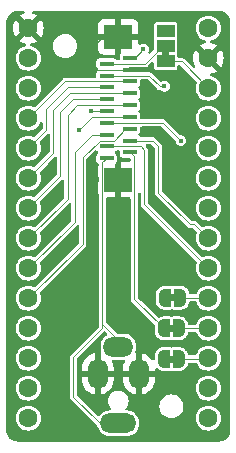
<source format=gbr>
%TF.GenerationSoftware,KiCad,Pcbnew,8.0.1-8.0.1-1~ubuntu22.04.1*%
%TF.CreationDate,2024-04-06T21:19:23+01:00*%
%TF.ProjectId,CONTROLLER_teensy4,434f4e54-524f-44c4-9c45-525f7465656e,rev?*%
%TF.SameCoordinates,Original*%
%TF.FileFunction,Copper,L4,Bot*%
%TF.FilePolarity,Positive*%
%FSLAX46Y46*%
G04 Gerber Fmt 4.6, Leading zero omitted, Abs format (unit mm)*
G04 Created by KiCad (PCBNEW 8.0.1-8.0.1-1~ubuntu22.04.1) date 2024-04-06 21:19:23*
%MOMM*%
%LPD*%
G01*
G04 APERTURE LIST*
G04 Aperture macros list*
%AMRoundRect*
0 Rectangle with rounded corners*
0 $1 Rounding radius*
0 $2 $3 $4 $5 $6 $7 $8 $9 X,Y pos of 4 corners*
0 Add a 4 corners polygon primitive as box body*
4,1,4,$2,$3,$4,$5,$6,$7,$8,$9,$2,$3,0*
0 Add four circle primitives for the rounded corners*
1,1,$1+$1,$2,$3*
1,1,$1+$1,$4,$5*
1,1,$1+$1,$6,$7*
1,1,$1+$1,$8,$9*
0 Add four rect primitives between the rounded corners*
20,1,$1+$1,$2,$3,$4,$5,0*
20,1,$1+$1,$4,$5,$6,$7,0*
20,1,$1+$1,$6,$7,$8,$9,0*
20,1,$1+$1,$8,$9,$2,$3,0*%
%AMFreePoly0*
4,1,19,0.500000,-0.750000,0.000000,-0.750000,0.000000,-0.744911,-0.071157,-0.744911,-0.207708,-0.704816,-0.327430,-0.627875,-0.420627,-0.520320,-0.479746,-0.390866,-0.500000,-0.250000,-0.500000,0.250000,-0.479746,0.390866,-0.420627,0.520320,-0.327430,0.627875,-0.207708,0.704816,-0.071157,0.744911,0.000000,0.744911,0.000000,0.750000,0.500000,0.750000,0.500000,-0.750000,0.500000,-0.750000,
$1*%
%AMFreePoly1*
4,1,19,0.000000,0.744911,0.071157,0.744911,0.207708,0.704816,0.327430,0.627875,0.420627,0.520320,0.479746,0.390866,0.500000,0.250000,0.500000,-0.250000,0.479746,-0.390866,0.420627,-0.520320,0.327430,-0.627875,0.207708,-0.704816,0.071157,-0.744911,0.000000,-0.744911,0.000000,-0.750000,-0.500000,-0.750000,-0.500000,0.750000,0.000000,0.750000,0.000000,0.744911,0.000000,0.744911,
$1*%
G04 Aperture macros list end*
%TA.AperFunction,EtchedComponent*%
%ADD10C,0.000000*%
%TD*%
%TA.AperFunction,ComponentPad*%
%ADD11RoundRect,0.800000X-0.050000X-0.450000X0.050000X-0.450000X0.050000X0.450000X-0.050000X0.450000X0*%
%TD*%
%TA.AperFunction,ComponentPad*%
%ADD12RoundRect,0.800000X-0.450000X0.050000X-0.450000X-0.050000X0.450000X-0.050000X0.450000X0.050000X0*%
%TD*%
%TA.AperFunction,ComponentPad*%
%ADD13RoundRect,0.800000X-0.700000X0.050000X-0.700000X-0.050000X0.700000X-0.050000X0.700000X0.050000X0*%
%TD*%
%TA.AperFunction,SMDPad,CuDef*%
%ADD14R,1.200000X0.400000*%
%TD*%
%TA.AperFunction,SMDPad,CuDef*%
%ADD15R,2.400000X2.000000*%
%TD*%
%TA.AperFunction,SMDPad,CuDef*%
%ADD16R,1.500000X1.000000*%
%TD*%
%TA.AperFunction,ComponentPad*%
%ADD17C,1.600000*%
%TD*%
%TA.AperFunction,SMDPad,CuDef*%
%ADD18FreePoly0,0.000000*%
%TD*%
%TA.AperFunction,SMDPad,CuDef*%
%ADD19FreePoly1,0.000000*%
%TD*%
%TA.AperFunction,ViaPad*%
%ADD20C,0.400000*%
%TD*%
%TA.AperFunction,Conductor*%
%ADD21C,0.100000*%
%TD*%
G04 APERTURE END LIST*
D10*
%TA.AperFunction,EtchedComponent*%
%TO.C,JP4*%
G36*
X104300000Y-69900000D02*
G01*
X103700000Y-69900000D01*
X103700000Y-69400000D01*
X104300000Y-69400000D01*
X104300000Y-69900000D01*
G37*
%TD.AperFunction*%
%TA.AperFunction,EtchedComponent*%
%TO.C,JP3*%
G36*
X104850000Y-90600000D02*
G01*
X104350000Y-90600000D01*
X104350000Y-90000000D01*
X104850000Y-90000000D01*
X104850000Y-90600000D01*
G37*
%TD.AperFunction*%
%TA.AperFunction,EtchedComponent*%
%TO.C,JP2*%
G36*
X104750000Y-93200000D02*
G01*
X104250000Y-93200000D01*
X104250000Y-92600000D01*
X104750000Y-92600000D01*
X104750000Y-93200000D01*
G37*
%TD.AperFunction*%
%TA.AperFunction,EtchedComponent*%
%TO.C,JP1*%
G36*
X104750000Y-95800000D02*
G01*
X104250000Y-95800000D01*
X104250000Y-95200000D01*
X104750000Y-95200000D01*
X104750000Y-95800000D01*
G37*
%TD.AperFunction*%
%TD*%
D11*
%TO.P,J5,1,T*%
%TO.N,GND*%
X101750000Y-96745000D03*
D12*
%TO.P,J5,2,R*%
%TO.N,/extRef*%
X100000000Y-94445000D03*
D11*
%TO.P,J5,3,T*%
%TO.N,GND*%
X98250000Y-96745000D03*
D13*
%TO.P,J5,6,S*%
%TO.N,/extRef*%
X100000000Y-100945000D03*
%TD*%
D14*
%TO.P,FPC2,1,1*%
%TO.N,/extRef*%
X99000000Y-78500000D03*
%TO.P,FPC2,2,2*%
%TO.N,/AUX2*%
X101000000Y-78000000D03*
%TO.P,FPC2,3,3*%
%TO.N,/i2C_SCL*%
X99000000Y-77500000D03*
%TO.P,FPC2,4,4*%
%TO.N,/I2C_SDA*%
X101000000Y-77000000D03*
%TO.P,FPC2,5,5*%
%TO.N,/IO2*%
X99000000Y-76500000D03*
%TO.P,FPC2,6,6*%
%TO.N,/IO1_out*%
X101000000Y-76000000D03*
%TO.P,FPC2,7,7*%
%TO.N,/SCLK*%
X99000000Y-75500000D03*
%TO.P,FPC2,8,8*%
%TO.N,/PICO*%
X101000000Y-75000000D03*
%TO.P,FPC2,9,9*%
%TO.N,/POCI*%
X99000000Y-74500000D03*
%TO.P,FPC2,10,10*%
%TO.N,/addr_bus_4*%
X101000000Y-74000000D03*
%TO.P,FPC2,11,11*%
%TO.N,/addr_bus_3*%
X99000000Y-73500000D03*
%TO.P,FPC2,12,12*%
%TO.N,/addr_bus_2*%
X101000000Y-73000000D03*
%TO.P,FPC2,13,13*%
%TO.N,/addr_bus_1*%
X99000000Y-72500000D03*
%TO.P,FPC2,14,14*%
%TO.N,/addr_bus_0*%
X101000000Y-72000000D03*
%TO.P,FPC2,15,15*%
%TO.N,/AUX3*%
X99000000Y-71500000D03*
%TO.P,FPC2,16,16*%
%TO.N,GND*%
X101000000Y-71000000D03*
%TO.P,FPC2,17,17*%
%TO.N,+3.3V*%
X99000000Y-70500000D03*
%TO.P,FPC2,18,18*%
%TO.N,/AUX1*%
X101000000Y-70000000D03*
D15*
%TO.P,FPC2,19,19*%
%TO.N,GND*%
X100000000Y-68220000D03*
%TO.P,FPC2,20,20*%
X100000000Y-80300000D03*
%TD*%
D16*
%TO.P,JP4,1,A*%
%TO.N,3V3_TEENSY*%
X104000000Y-70300000D03*
%TO.P,JP4,2,C*%
%TO.N,+3.3V*%
X104000000Y-69000000D03*
%TO.P,JP4,3,B*%
%TO.N,3V3_BAT*%
X104000000Y-67700000D03*
%TD*%
D17*
%TO.P,U1,1,GND*%
%TO.N,GND*%
X92380000Y-67490000D03*
%TO.P,U1,2,0_RX1_CRX2_CS1*%
%TO.N,unconnected-(U1-0_RX1_CRX2_CS1-Pad2)*%
X92380000Y-70030000D03*
%TO.P,U1,3,1_TX1_CTX2_MISO1*%
%TO.N,unconnected-(U1-1_TX1_CTX2_MISO1-Pad3)*%
X92380000Y-72570000D03*
%TO.P,U1,4,2_OUT2*%
%TO.N,/addr_bus_0*%
X92380000Y-75110000D03*
%TO.P,U1,5,3_LRCLK2*%
%TO.N,/addr_bus_1*%
X92380000Y-77650000D03*
%TO.P,U1,6,4_BCLK2*%
%TO.N,/addr_bus_2*%
X92380000Y-80190000D03*
%TO.P,U1,7,5_IN2*%
%TO.N,/addr_bus_3*%
X92380000Y-82730000D03*
%TO.P,U1,8,6_OUT1D*%
%TO.N,/addr_bus_4*%
X92380000Y-85270000D03*
%TO.P,U1,9,7_RX2_OUT1A*%
%TO.N,/IO2*%
X92380000Y-87810000D03*
%TO.P,U1,10,8_TX2_IN1*%
%TO.N,/IO1_out*%
X92380000Y-90350000D03*
%TO.P,U1,11,9_OUT1C*%
%TO.N,unconnected-(U1-9_OUT1C-Pad11)*%
X92380000Y-92890000D03*
%TO.P,U1,12,10_CS_MQSR*%
%TO.N,unconnected-(U1-10_CS_MQSR-Pad12)*%
X92380000Y-95430000D03*
%TO.P,U1,13,11_MOSI_CTX1*%
%TO.N,/PICO*%
X92380000Y-97970000D03*
%TO.P,U1,14,12_MISO_MQSL*%
%TO.N,/POCI*%
X92380000Y-100510000D03*
%TO.P,U1,20,13_SCK_CRX1_LED*%
%TO.N,/SCLK*%
X107620000Y-100510000D03*
%TO.P,U1,21,14_A0_TX3_SPDIF_OUT*%
%TO.N,unconnected-(U1-14_A0_TX3_SPDIF_OUT-Pad21)*%
X107620000Y-97970000D03*
%TO.P,U1,22,15_A1_RX3_SPDIF_IN*%
%TO.N,Net-(JP1-B)*%
X107620000Y-95430000D03*
%TO.P,U1,23,16_A2_RX4_SCL1*%
%TO.N,Net-(JP2-B)*%
X107620000Y-92890000D03*
%TO.P,U1,24,17_A3_TX4_SDA1*%
%TO.N,Net-(JP3-B)*%
X107620000Y-90350000D03*
%TO.P,U1,25,18_A4_SDA0*%
%TO.N,/i2C_SCL*%
X107620000Y-87810000D03*
%TO.P,U1,26,19_A5_SCL0*%
%TO.N,/I2C_SDA*%
X107620000Y-85270000D03*
%TO.P,U1,27,20_A6_TX5_LRCLK1*%
%TO.N,unconnected-(U1-20_A6_TX5_LRCLK1-Pad27)*%
X107620000Y-82730000D03*
%TO.P,U1,28,21_A7_RX5_BCLK1*%
%TO.N,unconnected-(U1-21_A7_RX5_BCLK1-Pad28)*%
X107620000Y-80190000D03*
%TO.P,U1,29,22_A8_CTX1*%
%TO.N,unconnected-(U1-22_A8_CTX1-Pad29)*%
X107620000Y-77650000D03*
%TO.P,U1,30,23_A9_CRX1_MCLK1*%
%TO.N,unconnected-(U1-23_A9_CRX1_MCLK1-Pad30)*%
X107620000Y-75110000D03*
%TO.P,U1,31,3V3*%
%TO.N,3V3_TEENSY*%
X107620000Y-72570000D03*
%TO.P,U1,32,GND*%
%TO.N,GND*%
X107620000Y-70030000D03*
%TO.P,U1,33,VIN*%
%TO.N,unconnected-(U1-VIN-Pad33)*%
X107620000Y-67490000D03*
%TD*%
D18*
%TO.P,JP3,1,A*%
%TO.N,/AUX3*%
X103950001Y-90300000D03*
D19*
%TO.P,JP3,2,B*%
%TO.N,Net-(JP3-B)*%
X105249999Y-90300000D03*
%TD*%
D18*
%TO.P,JP2,1,A*%
%TO.N,/AUX2*%
X103850001Y-92900000D03*
D19*
%TO.P,JP2,2,B*%
%TO.N,Net-(JP2-B)*%
X105149999Y-92900000D03*
%TD*%
D18*
%TO.P,JP1,1,A*%
%TO.N,/AUX1*%
X103850001Y-95500000D03*
D19*
%TO.P,JP1,2,B*%
%TO.N,Net-(JP1-B)*%
X105149999Y-95500000D03*
%TD*%
D20*
%TO.N,GND*%
X100000000Y-68220000D03*
%TO.N,/AUX1*%
X102125000Y-69250000D03*
X103850001Y-95500000D03*
%TO.N,/AUX3*%
X103900000Y-72400000D03*
X103950001Y-90300000D03*
%TO.N,GND*%
X100000000Y-80300000D03*
%TO.N,/PICO*%
X96700000Y-76100000D03*
%TO.N,/SCLK*%
X105300000Y-77000000D03*
%TO.N,/POCI*%
X97700000Y-74500000D03*
%TD*%
D21*
%TO.N,/extRef*%
X100000000Y-100945000D02*
X98445000Y-100945000D01*
X98445000Y-100945000D02*
X96200000Y-98700000D01*
X96200000Y-98700000D02*
X96200000Y-95320000D01*
X96200000Y-95320000D02*
X98660000Y-92860000D01*
X98660000Y-92860000D02*
X98660000Y-92505000D01*
%TO.N,GND*%
X101000000Y-71000000D02*
X97900000Y-71000000D01*
X97900000Y-71000000D02*
X97700000Y-70800000D01*
X97700000Y-70800000D02*
X97700000Y-69200000D01*
X97700000Y-69200000D02*
X98680000Y-68220000D01*
X98680000Y-68220000D02*
X100000000Y-68220000D01*
%TO.N,/AUX3*%
X103900000Y-72400000D02*
X103500000Y-72400000D01*
X103500000Y-72400000D02*
X102600000Y-71500000D01*
X102600000Y-71500000D02*
X99000000Y-71500000D01*
%TO.N,/PICO*%
X97800000Y-75000000D02*
X96700000Y-76100000D01*
X101000000Y-75000000D02*
X97800000Y-75000000D01*
%TO.N,/IO1_out*%
X101000000Y-76000000D02*
X100600000Y-76000000D01*
X98420000Y-77000000D02*
X97000000Y-78420000D01*
X100600000Y-76000000D02*
X99600000Y-77000000D01*
X99600000Y-77000000D02*
X98420000Y-77000000D01*
X97000000Y-78420000D02*
X97000000Y-85730000D01*
X97000000Y-85730000D02*
X92380000Y-90350000D01*
%TO.N,/IO2*%
X99000000Y-76500000D02*
X97800000Y-76500000D01*
X97800000Y-76500000D02*
X96300000Y-78000000D01*
X96300000Y-83890000D02*
X92380000Y-87810000D01*
X96300000Y-78000000D02*
X96300000Y-83890000D01*
%TO.N,/addr_bus_4*%
X92380000Y-85270000D02*
X95700000Y-81950000D01*
X95700000Y-81950000D02*
X95700000Y-74800000D01*
X95700000Y-74800000D02*
X96500000Y-74000000D01*
X96500000Y-74000000D02*
X101000000Y-74000000D01*
%TO.N,/addr_bus_3*%
X99000000Y-73500000D02*
X96200000Y-73500000D01*
X96200000Y-73500000D02*
X95100000Y-74600000D01*
X95100000Y-74600000D02*
X95100000Y-80010000D01*
X95100000Y-80010000D02*
X92380000Y-82730000D01*
%TO.N,/addr_bus_2*%
X92380000Y-80190000D02*
X94500000Y-78070000D01*
X94500000Y-78070000D02*
X94500000Y-74400000D01*
X94500000Y-74400000D02*
X95900000Y-73000000D01*
X95900000Y-73000000D02*
X101000000Y-73000000D01*
%TO.N,/SCLK*%
X105300000Y-77000000D02*
X103800000Y-75500000D01*
X103800000Y-75500000D02*
X99000000Y-75500000D01*
%TO.N,/AUX1*%
X101375000Y-70000000D02*
X102125000Y-69250000D01*
X101000000Y-70000000D02*
X101375000Y-70000000D01*
%TO.N,/AUX2*%
X101000000Y-78000000D02*
X101340000Y-78340000D01*
X101340000Y-78340000D02*
X101340000Y-90389999D01*
X101340000Y-90389999D02*
X103850001Y-92900000D01*
%TO.N,/extRef*%
X99000000Y-78500000D02*
X98660000Y-78840000D01*
X98660000Y-78840000D02*
X98660000Y-92505000D01*
X98660000Y-92505000D02*
X100000000Y-93845000D01*
%TO.N,/POCI*%
X97700000Y-74500000D02*
X99000000Y-74500000D01*
%TO.N,/i2C_SCL*%
X101900000Y-77500000D02*
X102200000Y-77800000D01*
X99000000Y-77500000D02*
X101900000Y-77500000D01*
X102200000Y-77800000D02*
X102200000Y-82390000D01*
X102200000Y-82390000D02*
X107620000Y-87810000D01*
%TO.N,/I2C_SDA*%
X101000000Y-77000000D02*
X102900000Y-77000000D01*
X102900000Y-77000000D02*
X103400000Y-77500000D01*
X103400000Y-77500000D02*
X103400000Y-81400000D01*
X103400000Y-81400000D02*
X106100000Y-84100000D01*
X106100000Y-84100000D02*
X106450000Y-84100000D01*
X106450000Y-84100000D02*
X107620000Y-85270000D01*
%TO.N,Net-(JP3-B)*%
X105249999Y-90300000D02*
X107570000Y-90300000D01*
X107570000Y-90300000D02*
X107620000Y-90350000D01*
%TO.N,Net-(JP2-B)*%
X105149999Y-92900000D02*
X107610000Y-92900000D01*
X107610000Y-92900000D02*
X107620000Y-92890000D01*
%TO.N,Net-(JP1-B)*%
X105149999Y-95500000D02*
X107550000Y-95500000D01*
X107550000Y-95500000D02*
X107620000Y-95430000D01*
%TO.N,/addr_bus_1*%
X92380000Y-77650000D02*
X93900000Y-76130000D01*
X93900000Y-76130000D02*
X93900000Y-74300000D01*
X93900000Y-74300000D02*
X95700000Y-72500000D01*
X95700000Y-72500000D02*
X99000000Y-72500000D01*
%TO.N,/addr_bus_0*%
X92380000Y-75110000D02*
X95490000Y-72000000D01*
X95490000Y-72000000D02*
X101000000Y-72000000D01*
%TO.N,3V3_TEENSY*%
X104000000Y-70300000D02*
X105350000Y-70300000D01*
X105350000Y-70300000D02*
X107620000Y-72570000D01*
%TO.N,+3.3V*%
X99000000Y-70500000D02*
X102250000Y-70500000D01*
X102250000Y-70500000D02*
X103750000Y-69000000D01*
X103750000Y-69000000D02*
X104000000Y-69000000D01*
%TD*%
%TA.AperFunction,Conductor*%
%TO.N,GND*%
G36*
X92003918Y-66030185D02*
G01*
X92049673Y-66082989D01*
X92059617Y-66152147D01*
X92030592Y-66215703D01*
X91971814Y-66253477D01*
X91968972Y-66254275D01*
X91933682Y-66263730D01*
X91933673Y-66263734D01*
X91727516Y-66359866D01*
X91727512Y-66359868D01*
X91654526Y-66410973D01*
X91654526Y-66410974D01*
X92209765Y-66966212D01*
X92167708Y-66977482D01*
X92042292Y-67049890D01*
X91939890Y-67152292D01*
X91867482Y-67277708D01*
X91856212Y-67319764D01*
X91300974Y-66764526D01*
X91300973Y-66764526D01*
X91249868Y-66837512D01*
X91249866Y-66837516D01*
X91153734Y-67043673D01*
X91153730Y-67043682D01*
X91094860Y-67263389D01*
X91094858Y-67263400D01*
X91075034Y-67489997D01*
X91075034Y-67490002D01*
X91094858Y-67716599D01*
X91094860Y-67716610D01*
X91153730Y-67936317D01*
X91153735Y-67936331D01*
X91249863Y-68142478D01*
X91300974Y-68215472D01*
X91856212Y-67660234D01*
X91867482Y-67702292D01*
X91939890Y-67827708D01*
X92042292Y-67930110D01*
X92167708Y-68002518D01*
X92209765Y-68013787D01*
X91654526Y-68569025D01*
X91727513Y-68620132D01*
X91727521Y-68620136D01*
X91933668Y-68716264D01*
X91933682Y-68716269D01*
X92129256Y-68768673D01*
X92188917Y-68805038D01*
X92219446Y-68867885D01*
X92211151Y-68937261D01*
X92166666Y-68991138D01*
X92133158Y-69007109D01*
X91976043Y-69054769D01*
X91865898Y-69113643D01*
X91793550Y-69152315D01*
X91793548Y-69152316D01*
X91793547Y-69152317D01*
X91633589Y-69283589D01*
X91502317Y-69443547D01*
X91502315Y-69443550D01*
X91482832Y-69480000D01*
X91404769Y-69626043D01*
X91344699Y-69824067D01*
X91324417Y-70030000D01*
X91344699Y-70235932D01*
X91350972Y-70256610D01*
X91404768Y-70433954D01*
X91502315Y-70616450D01*
X91519031Y-70636819D01*
X91633589Y-70776410D01*
X91710639Y-70839642D01*
X91793550Y-70907685D01*
X91976046Y-71005232D01*
X92174066Y-71065300D01*
X92174065Y-71065300D01*
X92192529Y-71067118D01*
X92380000Y-71085583D01*
X92585934Y-71065300D01*
X92783954Y-71005232D01*
X92966450Y-70907685D01*
X93126410Y-70776410D01*
X93257685Y-70616450D01*
X93355232Y-70433954D01*
X93415300Y-70235934D01*
X93435583Y-70030000D01*
X93415300Y-69824066D01*
X93355232Y-69626046D01*
X93257685Y-69443550D01*
X93173694Y-69341206D01*
X93126410Y-69283589D01*
X92966452Y-69152317D01*
X92966453Y-69152317D01*
X92966450Y-69152315D01*
X92783954Y-69054768D01*
X92626840Y-69007108D01*
X92615994Y-69000000D01*
X94484611Y-69000000D01*
X94504121Y-69198095D01*
X94561903Y-69388574D01*
X94655731Y-69564114D01*
X94655735Y-69564121D01*
X94782011Y-69717988D01*
X94935878Y-69844264D01*
X94935885Y-69844268D01*
X95103377Y-69933794D01*
X95111427Y-69938097D01*
X95301907Y-69995879D01*
X95500000Y-70015389D01*
X95698093Y-69995879D01*
X95888573Y-69938097D01*
X96064120Y-69844265D01*
X96217988Y-69717988D01*
X96344265Y-69564120D01*
X96438097Y-69388573D01*
X96495879Y-69198093D01*
X96515389Y-69000000D01*
X96495879Y-68801907D01*
X96438097Y-68611427D01*
X96385428Y-68512890D01*
X96362503Y-68470000D01*
X98300000Y-68470000D01*
X98300000Y-69267844D01*
X98306401Y-69327372D01*
X98306403Y-69327379D01*
X98356645Y-69462086D01*
X98356649Y-69462093D01*
X98442809Y-69577187D01*
X98442812Y-69577190D01*
X98557906Y-69663350D01*
X98557913Y-69663354D01*
X98692620Y-69713596D01*
X98692627Y-69713598D01*
X98752155Y-69719999D01*
X98752172Y-69720000D01*
X99750000Y-69720000D01*
X99750000Y-68470000D01*
X98300000Y-68470000D01*
X96362503Y-68470000D01*
X96344268Y-68435885D01*
X96344264Y-68435878D01*
X96217988Y-68282011D01*
X96064121Y-68155735D01*
X96064114Y-68155731D01*
X95888574Y-68061903D01*
X95698095Y-68004121D01*
X95500000Y-67984611D01*
X95301904Y-68004121D01*
X95111425Y-68061903D01*
X94935885Y-68155731D01*
X94935878Y-68155735D01*
X94782011Y-68282011D01*
X94655735Y-68435878D01*
X94655731Y-68435885D01*
X94561903Y-68611425D01*
X94504121Y-68801904D01*
X94484611Y-69000000D01*
X92615994Y-69000000D01*
X92568402Y-68968811D01*
X92539946Y-68904999D01*
X92550506Y-68835932D01*
X92596730Y-68783538D01*
X92630743Y-68768673D01*
X92826317Y-68716269D01*
X92826331Y-68716264D01*
X93032478Y-68620136D01*
X93105471Y-68569024D01*
X92550234Y-68013787D01*
X92592292Y-68002518D01*
X92717708Y-67930110D01*
X92820110Y-67827708D01*
X92892518Y-67702292D01*
X92903787Y-67660234D01*
X93459024Y-68215471D01*
X93510136Y-68142478D01*
X93590564Y-67970000D01*
X98300000Y-67970000D01*
X99750000Y-67970000D01*
X99750000Y-66720000D01*
X100250000Y-66720000D01*
X100250000Y-67970000D01*
X101700000Y-67970000D01*
X101700000Y-67172172D01*
X101699999Y-67172155D01*
X101693598Y-67112627D01*
X101693596Y-67112620D01*
X101643354Y-66977913D01*
X101643350Y-66977906D01*
X101557190Y-66862812D01*
X101557187Y-66862809D01*
X101442093Y-66776649D01*
X101442086Y-66776645D01*
X101307379Y-66726403D01*
X101307372Y-66726401D01*
X101247844Y-66720000D01*
X100250000Y-66720000D01*
X99750000Y-66720000D01*
X98752155Y-66720000D01*
X98692627Y-66726401D01*
X98692620Y-66726403D01*
X98557913Y-66776645D01*
X98557906Y-66776649D01*
X98442812Y-66862809D01*
X98442809Y-66862812D01*
X98356649Y-66977906D01*
X98356645Y-66977913D01*
X98306403Y-67112620D01*
X98306401Y-67112627D01*
X98300000Y-67172155D01*
X98300000Y-67970000D01*
X93590564Y-67970000D01*
X93606264Y-67936331D01*
X93606269Y-67936317D01*
X93665139Y-67716610D01*
X93665141Y-67716599D01*
X93684966Y-67490002D01*
X93684966Y-67489997D01*
X93665141Y-67263400D01*
X93665139Y-67263389D01*
X93606269Y-67043682D01*
X93606264Y-67043668D01*
X93510136Y-66837521D01*
X93510132Y-66837513D01*
X93459025Y-66764526D01*
X92903787Y-67319764D01*
X92892518Y-67277708D01*
X92820110Y-67152292D01*
X92717708Y-67049890D01*
X92592292Y-66977482D01*
X92550234Y-66966212D01*
X93105472Y-66410974D01*
X93032478Y-66359863D01*
X92826331Y-66263735D01*
X92826317Y-66263730D01*
X92791028Y-66254275D01*
X92731367Y-66217910D01*
X92700838Y-66155063D01*
X92709133Y-66085688D01*
X92753618Y-66031810D01*
X92820170Y-66010535D01*
X92823121Y-66010500D01*
X108494588Y-66010500D01*
X108505394Y-66010971D01*
X108661019Y-66024587D01*
X108682297Y-66028338D01*
X108827951Y-66067366D01*
X108848261Y-66074759D01*
X108984915Y-66138482D01*
X109003633Y-66149289D01*
X109127154Y-66235779D01*
X109143712Y-66249673D01*
X109250326Y-66356287D01*
X109264220Y-66372845D01*
X109350710Y-66496366D01*
X109361517Y-66515084D01*
X109425240Y-66651738D01*
X109432633Y-66672049D01*
X109471659Y-66817696D01*
X109475412Y-66838982D01*
X109489028Y-66994604D01*
X109489500Y-67005412D01*
X109489500Y-101494587D01*
X109489028Y-101505395D01*
X109475412Y-101661017D01*
X109471659Y-101682303D01*
X109432633Y-101827950D01*
X109425240Y-101848261D01*
X109361517Y-101984915D01*
X109350710Y-102003633D01*
X109264220Y-102127154D01*
X109250326Y-102143712D01*
X109143712Y-102250326D01*
X109127154Y-102264220D01*
X109003633Y-102350710D01*
X108984915Y-102361517D01*
X108848261Y-102425240D01*
X108827950Y-102432633D01*
X108682303Y-102471659D01*
X108661017Y-102475412D01*
X108527247Y-102487116D01*
X108505393Y-102489028D01*
X108494588Y-102489500D01*
X91505412Y-102489500D01*
X91494606Y-102489028D01*
X91469584Y-102486838D01*
X91338982Y-102475412D01*
X91317696Y-102471659D01*
X91172049Y-102432633D01*
X91151738Y-102425240D01*
X91015084Y-102361517D01*
X90996366Y-102350710D01*
X90872845Y-102264220D01*
X90856287Y-102250326D01*
X90749673Y-102143712D01*
X90735779Y-102127154D01*
X90649289Y-102003633D01*
X90638482Y-101984915D01*
X90574759Y-101848261D01*
X90567366Y-101827950D01*
X90528338Y-101682297D01*
X90524587Y-101661016D01*
X90510972Y-101505394D01*
X90510500Y-101494587D01*
X90510500Y-100510000D01*
X91324417Y-100510000D01*
X91344699Y-100715932D01*
X91344700Y-100715934D01*
X91404768Y-100913954D01*
X91502315Y-101096450D01*
X91502317Y-101096452D01*
X91633589Y-101256410D01*
X91730209Y-101335702D01*
X91793550Y-101387685D01*
X91976046Y-101485232D01*
X92174066Y-101545300D01*
X92174065Y-101545300D01*
X92192529Y-101547118D01*
X92380000Y-101565583D01*
X92585934Y-101545300D01*
X92783954Y-101485232D01*
X92966450Y-101387685D01*
X93126410Y-101256410D01*
X93257685Y-101096450D01*
X93355232Y-100913954D01*
X93415300Y-100715934D01*
X93435583Y-100510000D01*
X93415300Y-100304066D01*
X93355232Y-100106046D01*
X93257685Y-99923550D01*
X93175593Y-99823520D01*
X93126410Y-99763589D01*
X93008677Y-99666969D01*
X92966450Y-99632315D01*
X92783954Y-99534768D01*
X92585934Y-99474700D01*
X92585932Y-99474699D01*
X92585934Y-99474699D01*
X92380000Y-99454417D01*
X92174067Y-99474699D01*
X91976043Y-99534769D01*
X91865898Y-99593643D01*
X91793550Y-99632315D01*
X91793548Y-99632316D01*
X91793547Y-99632317D01*
X91633589Y-99763589D01*
X91502317Y-99923547D01*
X91404769Y-100106043D01*
X91344699Y-100304067D01*
X91324417Y-100510000D01*
X90510500Y-100510000D01*
X90510500Y-97970000D01*
X91324417Y-97970000D01*
X91344699Y-98175932D01*
X91366132Y-98246588D01*
X91404768Y-98373954D01*
X91502315Y-98556450D01*
X91502317Y-98556452D01*
X91633589Y-98716410D01*
X91713527Y-98782012D01*
X91793550Y-98847685D01*
X91976046Y-98945232D01*
X92174066Y-99005300D01*
X92174065Y-99005300D01*
X92192529Y-99007118D01*
X92380000Y-99025583D01*
X92585934Y-99005300D01*
X92783954Y-98945232D01*
X92966450Y-98847685D01*
X93126410Y-98716410D01*
X93257685Y-98556450D01*
X93355232Y-98373954D01*
X93415300Y-98175934D01*
X93435583Y-97970000D01*
X93415300Y-97764066D01*
X93355232Y-97566046D01*
X93257685Y-97383550D01*
X93205702Y-97320209D01*
X93126410Y-97223589D01*
X92966452Y-97092317D01*
X92966453Y-97092317D01*
X92966450Y-97092315D01*
X92783954Y-96994768D01*
X92585934Y-96934700D01*
X92585932Y-96934699D01*
X92585934Y-96934699D01*
X92380000Y-96914417D01*
X92174067Y-96934699D01*
X91976043Y-96994769D01*
X91865898Y-97053643D01*
X91793550Y-97092315D01*
X91793548Y-97092316D01*
X91793547Y-97092317D01*
X91633589Y-97223589D01*
X91502317Y-97383547D01*
X91502315Y-97383550D01*
X91471818Y-97440606D01*
X91404769Y-97566043D01*
X91344699Y-97764067D01*
X91324417Y-97970000D01*
X90510500Y-97970000D01*
X90510500Y-95430000D01*
X91324417Y-95430000D01*
X91344699Y-95635932D01*
X91344700Y-95635934D01*
X91404768Y-95833954D01*
X91502315Y-96016450D01*
X91502317Y-96016452D01*
X91633589Y-96176410D01*
X91708922Y-96238233D01*
X91793550Y-96307685D01*
X91976046Y-96405232D01*
X92174066Y-96465300D01*
X92174065Y-96465300D01*
X92192529Y-96467118D01*
X92380000Y-96485583D01*
X92585934Y-96465300D01*
X92783954Y-96405232D01*
X92966450Y-96307685D01*
X93126410Y-96176410D01*
X93257685Y-96016450D01*
X93355232Y-95833954D01*
X93415300Y-95635934D01*
X93435583Y-95430000D01*
X93415300Y-95224066D01*
X93355232Y-95026046D01*
X93257685Y-94843550D01*
X93205702Y-94780209D01*
X93126410Y-94683589D01*
X92994784Y-94575568D01*
X92966450Y-94552315D01*
X92783954Y-94454768D01*
X92585934Y-94394700D01*
X92585932Y-94394699D01*
X92585934Y-94394699D01*
X92380000Y-94374417D01*
X92174067Y-94394699D01*
X91976043Y-94454769D01*
X91882352Y-94504849D01*
X91793550Y-94552315D01*
X91793548Y-94552316D01*
X91793547Y-94552317D01*
X91633589Y-94683589D01*
X91502317Y-94843547D01*
X91502315Y-94843550D01*
X91472701Y-94898954D01*
X91404769Y-95026043D01*
X91344699Y-95224067D01*
X91324417Y-95430000D01*
X90510500Y-95430000D01*
X90510500Y-92890000D01*
X91324417Y-92890000D01*
X91344699Y-93095932D01*
X91372130Y-93186361D01*
X91404768Y-93293954D01*
X91502315Y-93476450D01*
X91502317Y-93476452D01*
X91633589Y-93636410D01*
X91648431Y-93648590D01*
X91793550Y-93767685D01*
X91976046Y-93865232D01*
X92174066Y-93925300D01*
X92174065Y-93925300D01*
X92192529Y-93927118D01*
X92380000Y-93945583D01*
X92585934Y-93925300D01*
X92783954Y-93865232D01*
X92966450Y-93767685D01*
X93126410Y-93636410D01*
X93257685Y-93476450D01*
X93355232Y-93293954D01*
X93415300Y-93095934D01*
X93435583Y-92890000D01*
X93415300Y-92684066D01*
X93355232Y-92486046D01*
X93257685Y-92303550D01*
X93180560Y-92209572D01*
X93126410Y-92143589D01*
X92966452Y-92012317D01*
X92966453Y-92012317D01*
X92966450Y-92012315D01*
X92796554Y-91921502D01*
X92783956Y-91914769D01*
X92783955Y-91914768D01*
X92783954Y-91914768D01*
X92585934Y-91854700D01*
X92585932Y-91854699D01*
X92585934Y-91854699D01*
X92380000Y-91834417D01*
X92174067Y-91854699D01*
X91976043Y-91914769D01*
X91883615Y-91964174D01*
X91793550Y-92012315D01*
X91793548Y-92012316D01*
X91793547Y-92012317D01*
X91633589Y-92143589D01*
X91502317Y-92303547D01*
X91502315Y-92303550D01*
X91474534Y-92355525D01*
X91404769Y-92486043D01*
X91344699Y-92684067D01*
X91324417Y-92890000D01*
X90510500Y-92890000D01*
X90510500Y-90350000D01*
X91324417Y-90350000D01*
X91344699Y-90555932D01*
X91353930Y-90586361D01*
X91404768Y-90753954D01*
X91502315Y-90936450D01*
X91502317Y-90936452D01*
X91633589Y-91096410D01*
X91694871Y-91146702D01*
X91793550Y-91227685D01*
X91976046Y-91325232D01*
X92174066Y-91385300D01*
X92174065Y-91385300D01*
X92192529Y-91387118D01*
X92380000Y-91405583D01*
X92585934Y-91385300D01*
X92783954Y-91325232D01*
X92966450Y-91227685D01*
X93126410Y-91096410D01*
X93257685Y-90936450D01*
X93355232Y-90753954D01*
X93415300Y-90555934D01*
X93435583Y-90350000D01*
X93415300Y-90144066D01*
X93355232Y-89946046D01*
X93348769Y-89933954D01*
X93347620Y-89931804D01*
X93333379Y-89863401D01*
X93358380Y-89798157D01*
X93369290Y-89785679D01*
X97240460Y-85914511D01*
X97280022Y-85845988D01*
X97300500Y-85769562D01*
X97300500Y-85690438D01*
X97300500Y-78595833D01*
X97320185Y-78528794D01*
X97336819Y-78508152D01*
X97665431Y-78179540D01*
X98010411Y-77834559D01*
X98071732Y-77801076D01*
X98141423Y-77806060D01*
X98197357Y-77847931D01*
X98201177Y-77853329D01*
X98219399Y-77880601D01*
X98243790Y-77896898D01*
X98288594Y-77950511D01*
X98297301Y-78019836D01*
X98267146Y-78082863D01*
X98243791Y-78103100D01*
X98228536Y-78113294D01*
X98219399Y-78119399D01*
X98164033Y-78202260D01*
X98164032Y-78202264D01*
X98149500Y-78275321D01*
X98149500Y-78724678D01*
X98164032Y-78797735D01*
X98164033Y-78797739D01*
X98164034Y-78797740D01*
X98219399Y-78880601D01*
X98300628Y-78934875D01*
X98345432Y-78988486D01*
X98354140Y-79057811D01*
X98347919Y-79081310D01*
X98306403Y-79192620D01*
X98306401Y-79192627D01*
X98300000Y-79252155D01*
X98300000Y-80050000D01*
X98323181Y-80073181D01*
X98356666Y-80134504D01*
X98359500Y-80160862D01*
X98359500Y-80439138D01*
X98339815Y-80506177D01*
X98323181Y-80526819D01*
X98300000Y-80550000D01*
X98300000Y-81347844D01*
X98306401Y-81407372D01*
X98306402Y-81407376D01*
X98351682Y-81528775D01*
X98359500Y-81572109D01*
X98359500Y-92684167D01*
X98339815Y-92751206D01*
X98323181Y-92771848D01*
X95959541Y-95135487D01*
X95959535Y-95135495D01*
X95919982Y-95204004D01*
X95919979Y-95204009D01*
X95917399Y-95213638D01*
X95899500Y-95280438D01*
X95899500Y-98739562D01*
X95910474Y-98780518D01*
X95919978Y-98815987D01*
X95938280Y-98847687D01*
X95938279Y-98847687D01*
X95959535Y-98884504D01*
X95959541Y-98884512D01*
X98237833Y-101162804D01*
X98268811Y-101214487D01*
X98324768Y-101398954D01*
X98422315Y-101581450D01*
X98456969Y-101623677D01*
X98553589Y-101741410D01*
X98579332Y-101762536D01*
X98713550Y-101872685D01*
X98896046Y-101970232D01*
X99094066Y-102030300D01*
X99094065Y-102030300D01*
X99132647Y-102034100D01*
X99248392Y-102045500D01*
X99248395Y-102045500D01*
X100751605Y-102045500D01*
X100751608Y-102045500D01*
X100905934Y-102030300D01*
X101103954Y-101970232D01*
X101286450Y-101872685D01*
X101446410Y-101741410D01*
X101577685Y-101581450D01*
X101675232Y-101398954D01*
X101735300Y-101200934D01*
X101750500Y-101046608D01*
X101750500Y-100843392D01*
X101735300Y-100689066D01*
X101675232Y-100491046D01*
X101577685Y-100308550D01*
X101488340Y-100199682D01*
X101446410Y-100148589D01*
X101286452Y-100017317D01*
X101286453Y-100017317D01*
X101286450Y-100017315D01*
X101103954Y-99919768D01*
X100905934Y-99859700D01*
X100905932Y-99859699D01*
X100905934Y-99859699D01*
X100786805Y-99847966D01*
X100751608Y-99844500D01*
X100751605Y-99844500D01*
X100716553Y-99844500D01*
X100649514Y-99824815D01*
X100603759Y-99772011D01*
X100593815Y-99702853D01*
X100622840Y-99639297D01*
X100624403Y-99637528D01*
X100699990Y-99553580D01*
X100699995Y-99553573D01*
X100708729Y-99538446D01*
X100730926Y-99500000D01*
X103484611Y-99500000D01*
X103504121Y-99698095D01*
X103561903Y-99888574D01*
X103655731Y-100064114D01*
X103655735Y-100064121D01*
X103782011Y-100217988D01*
X103935878Y-100344264D01*
X103935885Y-100344268D01*
X104099236Y-100431581D01*
X104111427Y-100438097D01*
X104301907Y-100495879D01*
X104500000Y-100515389D01*
X104554717Y-100510000D01*
X106564417Y-100510000D01*
X106584699Y-100715932D01*
X106584700Y-100715934D01*
X106644768Y-100913954D01*
X106742315Y-101096450D01*
X106742317Y-101096452D01*
X106873589Y-101256410D01*
X106970209Y-101335702D01*
X107033550Y-101387685D01*
X107216046Y-101485232D01*
X107414066Y-101545300D01*
X107414065Y-101545300D01*
X107432529Y-101547118D01*
X107620000Y-101565583D01*
X107825934Y-101545300D01*
X108023954Y-101485232D01*
X108206450Y-101387685D01*
X108366410Y-101256410D01*
X108497685Y-101096450D01*
X108595232Y-100913954D01*
X108655300Y-100715934D01*
X108675583Y-100510000D01*
X108655300Y-100304066D01*
X108595232Y-100106046D01*
X108497685Y-99923550D01*
X108415593Y-99823520D01*
X108366410Y-99763589D01*
X108248677Y-99666969D01*
X108206450Y-99632315D01*
X108023954Y-99534768D01*
X107825934Y-99474700D01*
X107825932Y-99474699D01*
X107825934Y-99474699D01*
X107620000Y-99454417D01*
X107414067Y-99474699D01*
X107216043Y-99534769D01*
X107105898Y-99593643D01*
X107033550Y-99632315D01*
X107033548Y-99632316D01*
X107033547Y-99632317D01*
X106873589Y-99763589D01*
X106742317Y-99923547D01*
X106644769Y-100106043D01*
X106584699Y-100304067D01*
X106564417Y-100510000D01*
X104554717Y-100510000D01*
X104698093Y-100495879D01*
X104888573Y-100438097D01*
X105064120Y-100344265D01*
X105217988Y-100217988D01*
X105344265Y-100064120D01*
X105438097Y-99888573D01*
X105495879Y-99698093D01*
X105515389Y-99500000D01*
X105495879Y-99301907D01*
X105438097Y-99111427D01*
X105402591Y-99045000D01*
X105344268Y-98935885D01*
X105344264Y-98935878D01*
X105217988Y-98782011D01*
X105064121Y-98655735D01*
X105064114Y-98655731D01*
X104888574Y-98561903D01*
X104698095Y-98504121D01*
X104500000Y-98484611D01*
X104301904Y-98504121D01*
X104111425Y-98561903D01*
X103935885Y-98655731D01*
X103935878Y-98655735D01*
X103782011Y-98782011D01*
X103655735Y-98935878D01*
X103655731Y-98935885D01*
X103561903Y-99111425D01*
X103504121Y-99301904D01*
X103484611Y-99500000D01*
X100730926Y-99500000D01*
X100790436Y-99396925D01*
X100846332Y-99224894D01*
X100865240Y-99045000D01*
X100846332Y-98865106D01*
X100818384Y-98779090D01*
X100790438Y-98693080D01*
X100790435Y-98693074D01*
X100781305Y-98677261D01*
X100711557Y-98556452D01*
X100699995Y-98536426D01*
X100699990Y-98536419D01*
X100578959Y-98402001D01*
X100578957Y-98401999D01*
X100432621Y-98295680D01*
X100432620Y-98295679D01*
X100308901Y-98240597D01*
X100267374Y-98222108D01*
X100267372Y-98222107D01*
X100138200Y-98194651D01*
X100090442Y-98184500D01*
X99909558Y-98184500D01*
X99861799Y-98194651D01*
X99732628Y-98222107D01*
X99567379Y-98295679D01*
X99567378Y-98295680D01*
X99421042Y-98401999D01*
X99421040Y-98402001D01*
X99300009Y-98536419D01*
X99300004Y-98536426D01*
X99209564Y-98693074D01*
X99209561Y-98693080D01*
X99153669Y-98865101D01*
X99153668Y-98865103D01*
X99134760Y-99045000D01*
X99153668Y-99224896D01*
X99153669Y-99224898D01*
X99209561Y-99396919D01*
X99209564Y-99396925D01*
X99300004Y-99553573D01*
X99300009Y-99553580D01*
X99375597Y-99637528D01*
X99405827Y-99700519D01*
X99397202Y-99769854D01*
X99352461Y-99823520D01*
X99285808Y-99844478D01*
X99283447Y-99844500D01*
X99248392Y-99844500D01*
X99210298Y-99848251D01*
X99094067Y-99859699D01*
X98896043Y-99919769D01*
X98785898Y-99978643D01*
X98713550Y-100017315D01*
X98713548Y-100017316D01*
X98713547Y-100017317D01*
X98553589Y-100148590D01*
X98424007Y-100306486D01*
X98366261Y-100345820D01*
X98296417Y-100347691D01*
X98240473Y-100315502D01*
X96536819Y-98611848D01*
X96503334Y-98550525D01*
X96500500Y-98524167D01*
X96500500Y-95495833D01*
X96520185Y-95428794D01*
X96536819Y-95408152D01*
X98749819Y-93195152D01*
X98811142Y-93161667D01*
X98880834Y-93166651D01*
X98925181Y-93195152D01*
X99030266Y-93300237D01*
X99063751Y-93361560D01*
X99058767Y-93431252D01*
X99016895Y-93487185D01*
X99001041Y-93497275D01*
X98963547Y-93517316D01*
X98803589Y-93648589D01*
X98672317Y-93808547D01*
X98672315Y-93808550D01*
X98647678Y-93854643D01*
X98574769Y-93991043D01*
X98514699Y-94189067D01*
X98503251Y-94305298D01*
X98499500Y-94343392D01*
X98499500Y-94546608D01*
X98504502Y-94597398D01*
X98514699Y-94700932D01*
X98541982Y-94790872D01*
X98561621Y-94855615D01*
X98561622Y-94855616D01*
X98562245Y-94925483D01*
X98526734Y-94983034D01*
X98500000Y-95007531D01*
X98500000Y-95979314D01*
X98495606Y-95974920D01*
X98404394Y-95922259D01*
X98302661Y-95895000D01*
X98197339Y-95895000D01*
X98095606Y-95922259D01*
X98004394Y-95974920D01*
X98000000Y-95979314D01*
X98000000Y-95007531D01*
X97973398Y-95009858D01*
X97973391Y-95009859D01*
X97753679Y-95068731D01*
X97753673Y-95068734D01*
X97547517Y-95164865D01*
X97361179Y-95295342D01*
X97200342Y-95456179D01*
X97069865Y-95642517D01*
X96973734Y-95848673D01*
X96973730Y-95848682D01*
X96914860Y-96068389D01*
X96914858Y-96068400D01*
X96900000Y-96238233D01*
X96900000Y-96495000D01*
X97850000Y-96495000D01*
X97850000Y-96995000D01*
X96900001Y-96995000D01*
X96900001Y-97251765D01*
X96914859Y-97421603D01*
X96914859Y-97421607D01*
X96973730Y-97641317D01*
X96973734Y-97641326D01*
X97069865Y-97847482D01*
X97200342Y-98033820D01*
X97361179Y-98194657D01*
X97547517Y-98325134D01*
X97753673Y-98421265D01*
X97753682Y-98421269D01*
X97973396Y-98480141D01*
X97999999Y-98482467D01*
X98000000Y-98482467D01*
X98000000Y-97510686D01*
X98004394Y-97515080D01*
X98095606Y-97567741D01*
X98197339Y-97595000D01*
X98302661Y-97595000D01*
X98404394Y-97567741D01*
X98495606Y-97515080D01*
X98500000Y-97510686D01*
X98500000Y-98482467D01*
X98526603Y-98480141D01*
X98746317Y-98421269D01*
X98746326Y-98421265D01*
X98952482Y-98325134D01*
X99138820Y-98194657D01*
X99299657Y-98033820D01*
X99430134Y-97847482D01*
X99526265Y-97641326D01*
X99526269Y-97641317D01*
X99585139Y-97421610D01*
X99585141Y-97421599D01*
X99599999Y-97251766D01*
X99600000Y-97251764D01*
X99600000Y-96995000D01*
X98650000Y-96995000D01*
X98650000Y-96495000D01*
X99599999Y-96495000D01*
X99599999Y-96238238D01*
X99599998Y-96238234D01*
X99585140Y-96068396D01*
X99585140Y-96068392D01*
X99526269Y-95848682D01*
X99526265Y-95848673D01*
X99467153Y-95721905D01*
X99456661Y-95652827D01*
X99485181Y-95589043D01*
X99543657Y-95550804D01*
X99579535Y-95545500D01*
X100420465Y-95545500D01*
X100487504Y-95565185D01*
X100533259Y-95617989D01*
X100543203Y-95687147D01*
X100532847Y-95721905D01*
X100473734Y-95848673D01*
X100473730Y-95848682D01*
X100414860Y-96068389D01*
X100414858Y-96068400D01*
X100400000Y-96238233D01*
X100400000Y-96495000D01*
X101350000Y-96495000D01*
X101350000Y-96995000D01*
X100400001Y-96995000D01*
X100400001Y-97251765D01*
X100414859Y-97421603D01*
X100414859Y-97421607D01*
X100473730Y-97641317D01*
X100473734Y-97641326D01*
X100569865Y-97847482D01*
X100700342Y-98033820D01*
X100861179Y-98194657D01*
X101047517Y-98325134D01*
X101253673Y-98421265D01*
X101253682Y-98421269D01*
X101473396Y-98480141D01*
X101499999Y-98482467D01*
X101500000Y-98482467D01*
X101500000Y-97510686D01*
X101504394Y-97515080D01*
X101595606Y-97567741D01*
X101697339Y-97595000D01*
X101802661Y-97595000D01*
X101904394Y-97567741D01*
X101995606Y-97515080D01*
X102000000Y-97510686D01*
X102000000Y-98482467D01*
X102026603Y-98480141D01*
X102246317Y-98421269D01*
X102246326Y-98421265D01*
X102452482Y-98325134D01*
X102638820Y-98194657D01*
X102799657Y-98033820D01*
X102844345Y-97970000D01*
X106564417Y-97970000D01*
X106584699Y-98175932D01*
X106606132Y-98246588D01*
X106644768Y-98373954D01*
X106742315Y-98556450D01*
X106742317Y-98556452D01*
X106873589Y-98716410D01*
X106953527Y-98782012D01*
X107033550Y-98847685D01*
X107216046Y-98945232D01*
X107414066Y-99005300D01*
X107414065Y-99005300D01*
X107432529Y-99007118D01*
X107620000Y-99025583D01*
X107825934Y-99005300D01*
X108023954Y-98945232D01*
X108206450Y-98847685D01*
X108366410Y-98716410D01*
X108497685Y-98556450D01*
X108595232Y-98373954D01*
X108655300Y-98175934D01*
X108675583Y-97970000D01*
X108655300Y-97764066D01*
X108595232Y-97566046D01*
X108497685Y-97383550D01*
X108445702Y-97320209D01*
X108366410Y-97223589D01*
X108206452Y-97092317D01*
X108206453Y-97092317D01*
X108206450Y-97092315D01*
X108023954Y-96994768D01*
X107825934Y-96934700D01*
X107825932Y-96934699D01*
X107825934Y-96934699D01*
X107620000Y-96914417D01*
X107414067Y-96934699D01*
X107216043Y-96994769D01*
X107105898Y-97053643D01*
X107033550Y-97092315D01*
X107033548Y-97092316D01*
X107033547Y-97092317D01*
X106873589Y-97223589D01*
X106742317Y-97383547D01*
X106742315Y-97383550D01*
X106711818Y-97440606D01*
X106644769Y-97566043D01*
X106584699Y-97764067D01*
X106564417Y-97970000D01*
X102844345Y-97970000D01*
X102930134Y-97847482D01*
X103026265Y-97641326D01*
X103026269Y-97641317D01*
X103085139Y-97421610D01*
X103085141Y-97421599D01*
X103099999Y-97251766D01*
X103100000Y-97251764D01*
X103100000Y-96995000D01*
X102150000Y-96995000D01*
X102150000Y-96495000D01*
X103099999Y-96495000D01*
X103099999Y-96370589D01*
X103119684Y-96303550D01*
X103172488Y-96257795D01*
X103241646Y-96247851D01*
X103305202Y-96276876D01*
X103317709Y-96289384D01*
X103326108Y-96299077D01*
X103326109Y-96299078D01*
X103381070Y-96346702D01*
X103502018Y-96424431D01*
X103502021Y-96424432D01*
X103502024Y-96424434D01*
X103568175Y-96454644D01*
X103706130Y-96495151D01*
X103778112Y-96505500D01*
X103778114Y-96505500D01*
X104350003Y-96505500D01*
X104350004Y-96505499D01*
X104402788Y-96495000D01*
X104447774Y-96486052D01*
X104447775Y-96486051D01*
X104447777Y-96486051D01*
X104447777Y-96486050D01*
X104452543Y-96484077D01*
X104522013Y-96476605D01*
X104547457Y-96484077D01*
X104552225Y-96486052D01*
X104649994Y-96505499D01*
X104649997Y-96505500D01*
X104649999Y-96505500D01*
X105221886Y-96505500D01*
X105221888Y-96505500D01*
X105293870Y-96495151D01*
X105431825Y-96454644D01*
X105497976Y-96424434D01*
X105618930Y-96346702D01*
X105673892Y-96299077D01*
X105726613Y-96238233D01*
X105768037Y-96190427D01*
X105768039Y-96190424D01*
X105768046Y-96190416D01*
X105807362Y-96129239D01*
X105807365Y-96129231D01*
X105807368Y-96129227D01*
X105843826Y-96049394D01*
X105867090Y-95998454D01*
X105887578Y-95928677D01*
X105890716Y-95906853D01*
X105919741Y-95843297D01*
X105978519Y-95805523D01*
X106013454Y-95800500D01*
X106552564Y-95800500D01*
X106619603Y-95820185D01*
X106661921Y-95866045D01*
X106742315Y-96016450D01*
X106742317Y-96016452D01*
X106873589Y-96176410D01*
X106948922Y-96238233D01*
X107033550Y-96307685D01*
X107216046Y-96405232D01*
X107414066Y-96465300D01*
X107414065Y-96465300D01*
X107432529Y-96467118D01*
X107620000Y-96485583D01*
X107825934Y-96465300D01*
X108023954Y-96405232D01*
X108206450Y-96307685D01*
X108366410Y-96176410D01*
X108497685Y-96016450D01*
X108595232Y-95833954D01*
X108655300Y-95635934D01*
X108675583Y-95430000D01*
X108655300Y-95224066D01*
X108595232Y-95026046D01*
X108497685Y-94843550D01*
X108445702Y-94780209D01*
X108366410Y-94683589D01*
X108234784Y-94575568D01*
X108206450Y-94552315D01*
X108023954Y-94454768D01*
X107825934Y-94394700D01*
X107825932Y-94394699D01*
X107825934Y-94394699D01*
X107620000Y-94374417D01*
X107414067Y-94394699D01*
X107216043Y-94454769D01*
X107122352Y-94504849D01*
X107033550Y-94552315D01*
X107033548Y-94552316D01*
X107033547Y-94552317D01*
X106873589Y-94683589D01*
X106742317Y-94843547D01*
X106742315Y-94843550D01*
X106712701Y-94898954D01*
X106644769Y-95026043D01*
X106644768Y-95026045D01*
X106644768Y-95026046D01*
X106624414Y-95093147D01*
X106618848Y-95111495D01*
X106580550Y-95169934D01*
X106516738Y-95198390D01*
X106500187Y-95199500D01*
X106013454Y-95199500D01*
X105946415Y-95179815D01*
X105900660Y-95127011D01*
X105890716Y-95093147D01*
X105887579Y-95071328D01*
X105887578Y-95071327D01*
X105887578Y-95071323D01*
X105867090Y-95001546D01*
X105832353Y-94925483D01*
X105807368Y-94870772D01*
X105807359Y-94870756D01*
X105796663Y-94854113D01*
X105768046Y-94809584D01*
X105768042Y-94809579D01*
X105768037Y-94809572D01*
X105673892Y-94700922D01*
X105618929Y-94653297D01*
X105497981Y-94575568D01*
X105497976Y-94575566D01*
X105431825Y-94545356D01*
X105324859Y-94513948D01*
X105293874Y-94504850D01*
X105293862Y-94504847D01*
X105221888Y-94494500D01*
X104649999Y-94494500D01*
X104649996Y-94494500D01*
X104552222Y-94513948D01*
X104547448Y-94515926D01*
X104477978Y-94523392D01*
X104452552Y-94515926D01*
X104447777Y-94513948D01*
X104350004Y-94494500D01*
X104350001Y-94494500D01*
X103778112Y-94494500D01*
X103778111Y-94494500D01*
X103706137Y-94504847D01*
X103706125Y-94504850D01*
X103568175Y-94545356D01*
X103502023Y-94575566D01*
X103502018Y-94575568D01*
X103381070Y-94653297D01*
X103326107Y-94700922D01*
X103231962Y-94809572D01*
X103231951Y-94809588D01*
X103192640Y-94870756D01*
X103192631Y-94870772D01*
X103132911Y-95001542D01*
X103112420Y-95071328D01*
X103091960Y-95213638D01*
X103091960Y-95286361D01*
X103093239Y-95295256D01*
X103094501Y-95312902D01*
X103094501Y-95483980D01*
X103074816Y-95551019D01*
X103022012Y-95596774D01*
X102952854Y-95606718D01*
X102889298Y-95577693D01*
X102868926Y-95555104D01*
X102799657Y-95456179D01*
X102638820Y-95295342D01*
X102452482Y-95164865D01*
X102246326Y-95068734D01*
X102246320Y-95068731D01*
X102026608Y-95009859D01*
X102026601Y-95009858D01*
X102000000Y-95007531D01*
X102000000Y-95979314D01*
X101995606Y-95974920D01*
X101904394Y-95922259D01*
X101802661Y-95895000D01*
X101697339Y-95895000D01*
X101595606Y-95922259D01*
X101504394Y-95974920D01*
X101500000Y-95979314D01*
X101500000Y-95007530D01*
X101473266Y-94983034D01*
X101437137Y-94923231D01*
X101438378Y-94855616D01*
X101485300Y-94700934D01*
X101500500Y-94546608D01*
X101500500Y-94343392D01*
X101485300Y-94189066D01*
X101425232Y-93991046D01*
X101327685Y-93808550D01*
X101275702Y-93745209D01*
X101196410Y-93648589D01*
X101050984Y-93529243D01*
X101036450Y-93517315D01*
X100853954Y-93419768D01*
X100655934Y-93359700D01*
X100655932Y-93359699D01*
X100655934Y-93359699D01*
X100536805Y-93347966D01*
X100501608Y-93344500D01*
X100501605Y-93344500D01*
X99975833Y-93344500D01*
X99908794Y-93324815D01*
X99888152Y-93308181D01*
X98996819Y-92416848D01*
X98963334Y-92355525D01*
X98960500Y-92329167D01*
X98960500Y-81924000D01*
X98980185Y-81856961D01*
X99032989Y-81811206D01*
X99084500Y-81800000D01*
X99750000Y-81800000D01*
X99750000Y-80550000D01*
X99084500Y-80550000D01*
X99017461Y-80530315D01*
X98971706Y-80477511D01*
X98960500Y-80426000D01*
X98960500Y-80174000D01*
X98980185Y-80106961D01*
X99032989Y-80061206D01*
X99084500Y-80050000D01*
X99750000Y-80050000D01*
X99750000Y-78962564D01*
X99769685Y-78895525D01*
X99775207Y-78888671D01*
X99780597Y-78880603D01*
X99780601Y-78880601D01*
X99835966Y-78797740D01*
X99850500Y-78724674D01*
X99850500Y-78275326D01*
X99850500Y-78275323D01*
X99850499Y-78275321D01*
X99835967Y-78202264D01*
X99835966Y-78202260D01*
X99780601Y-78119399D01*
X99756209Y-78103101D01*
X99711405Y-78049491D01*
X99702698Y-77980166D01*
X99732852Y-77917138D01*
X99756210Y-77896898D01*
X99780601Y-77880601D01*
X99797300Y-77855609D01*
X99850912Y-77810804D01*
X99900402Y-77800500D01*
X100025500Y-77800500D01*
X100092539Y-77820185D01*
X100138294Y-77872989D01*
X100149500Y-77924500D01*
X100149500Y-78224678D01*
X100164032Y-78297735D01*
X100164033Y-78297739D01*
X100164034Y-78297740D01*
X100219399Y-78380601D01*
X100279146Y-78420522D01*
X100302260Y-78435966D01*
X100302264Y-78435967D01*
X100375321Y-78450499D01*
X100375324Y-78450500D01*
X100375326Y-78450500D01*
X100915500Y-78450500D01*
X100982539Y-78470185D01*
X101028294Y-78522989D01*
X101039500Y-78574500D01*
X101039500Y-78676000D01*
X101019815Y-78743039D01*
X100967011Y-78788794D01*
X100915500Y-78800000D01*
X100250000Y-78800000D01*
X100250000Y-81800000D01*
X100915500Y-81800000D01*
X100982539Y-81819685D01*
X101028294Y-81872489D01*
X101039500Y-81924000D01*
X101039500Y-90429561D01*
X101053152Y-90480512D01*
X101059979Y-90505989D01*
X101059980Y-90505990D01*
X101083116Y-90546063D01*
X101099540Y-90574510D01*
X101099542Y-90574512D01*
X103055641Y-92530611D01*
X103089126Y-92591934D01*
X103091960Y-92618292D01*
X103091960Y-92686361D01*
X103093239Y-92695256D01*
X103094501Y-92712902D01*
X103094501Y-93087097D01*
X103093239Y-93104742D01*
X103091960Y-93113635D01*
X103091960Y-93186361D01*
X103112420Y-93328671D01*
X103132911Y-93398457D01*
X103192631Y-93529227D01*
X103192640Y-93529243D01*
X103231951Y-93590411D01*
X103231962Y-93590427D01*
X103326107Y-93699077D01*
X103381070Y-93746702D01*
X103502018Y-93824431D01*
X103502021Y-93824432D01*
X103502024Y-93824434D01*
X103568175Y-93854644D01*
X103706130Y-93895151D01*
X103778112Y-93905500D01*
X103778114Y-93905500D01*
X104350003Y-93905500D01*
X104350004Y-93905499D01*
X104402039Y-93895149D01*
X104447774Y-93886052D01*
X104447775Y-93886051D01*
X104447777Y-93886051D01*
X104447777Y-93886050D01*
X104452543Y-93884077D01*
X104522013Y-93876605D01*
X104547457Y-93884077D01*
X104552225Y-93886052D01*
X104649994Y-93905499D01*
X104649997Y-93905500D01*
X104649999Y-93905500D01*
X105221886Y-93905500D01*
X105221888Y-93905500D01*
X105293870Y-93895151D01*
X105431825Y-93854644D01*
X105497976Y-93824434D01*
X105618930Y-93746702D01*
X105673892Y-93699077D01*
X105728193Y-93636410D01*
X105768037Y-93590427D01*
X105768039Y-93590424D01*
X105768046Y-93590416D01*
X105807362Y-93529239D01*
X105807365Y-93529231D01*
X105807368Y-93529227D01*
X105834365Y-93470109D01*
X105867090Y-93398454D01*
X105887578Y-93328677D01*
X105890716Y-93306853D01*
X105919741Y-93243297D01*
X105978519Y-93205523D01*
X106013454Y-93200500D01*
X106524454Y-93200500D01*
X106591493Y-93220185D01*
X106637248Y-93272989D01*
X106643113Y-93288499D01*
X106644768Y-93293954D01*
X106742315Y-93476450D01*
X106742317Y-93476452D01*
X106873589Y-93636410D01*
X106888431Y-93648590D01*
X107033550Y-93767685D01*
X107216046Y-93865232D01*
X107414066Y-93925300D01*
X107414065Y-93925300D01*
X107432529Y-93927118D01*
X107620000Y-93945583D01*
X107825934Y-93925300D01*
X108023954Y-93865232D01*
X108206450Y-93767685D01*
X108366410Y-93636410D01*
X108497685Y-93476450D01*
X108595232Y-93293954D01*
X108655300Y-93095934D01*
X108675583Y-92890000D01*
X108655300Y-92684066D01*
X108595232Y-92486046D01*
X108497685Y-92303550D01*
X108420560Y-92209572D01*
X108366410Y-92143589D01*
X108206452Y-92012317D01*
X108206453Y-92012317D01*
X108206450Y-92012315D01*
X108036554Y-91921502D01*
X108023956Y-91914769D01*
X108023955Y-91914768D01*
X108023954Y-91914768D01*
X107825934Y-91854700D01*
X107825932Y-91854699D01*
X107825934Y-91854699D01*
X107620000Y-91834417D01*
X107414067Y-91854699D01*
X107216043Y-91914769D01*
X107123615Y-91964174D01*
X107033550Y-92012315D01*
X107033548Y-92012316D01*
X107033547Y-92012317D01*
X106873589Y-92143589D01*
X106742317Y-92303547D01*
X106644769Y-92486042D01*
X106644768Y-92486046D01*
X106637047Y-92511496D01*
X106598751Y-92569934D01*
X106534939Y-92598390D01*
X106518388Y-92599500D01*
X106013454Y-92599500D01*
X105946415Y-92579815D01*
X105900660Y-92527011D01*
X105890716Y-92493147D01*
X105887579Y-92471328D01*
X105887578Y-92471327D01*
X105887578Y-92471323D01*
X105867090Y-92401546D01*
X105846073Y-92355525D01*
X105807368Y-92270772D01*
X105807359Y-92270756D01*
X105796663Y-92254113D01*
X105768046Y-92209584D01*
X105768042Y-92209579D01*
X105768037Y-92209572D01*
X105673892Y-92100922D01*
X105618929Y-92053297D01*
X105497981Y-91975568D01*
X105497976Y-91975566D01*
X105497961Y-91975559D01*
X105431825Y-91945356D01*
X105324859Y-91913948D01*
X105293874Y-91904850D01*
X105293862Y-91904847D01*
X105221888Y-91894500D01*
X104649999Y-91894500D01*
X104649996Y-91894500D01*
X104552222Y-91913948D01*
X104547448Y-91915926D01*
X104477978Y-91923392D01*
X104452552Y-91915926D01*
X104447777Y-91913948D01*
X104350004Y-91894500D01*
X104350001Y-91894500D01*
X103778112Y-91894500D01*
X103778111Y-91894500D01*
X103706137Y-91904847D01*
X103706125Y-91904850D01*
X103568169Y-91945357D01*
X103502036Y-91975559D01*
X103502019Y-91975569D01*
X103493864Y-91980810D01*
X103426824Y-92000493D01*
X103359785Y-91980807D01*
X103339146Y-91964174D01*
X101961333Y-90586361D01*
X103191960Y-90586361D01*
X103212420Y-90728671D01*
X103232911Y-90798457D01*
X103292631Y-90929227D01*
X103292640Y-90929243D01*
X103331951Y-90990411D01*
X103331962Y-90990427D01*
X103426107Y-91099077D01*
X103481070Y-91146702D01*
X103602018Y-91224431D01*
X103602021Y-91224432D01*
X103602024Y-91224434D01*
X103668175Y-91254644D01*
X103806130Y-91295151D01*
X103878112Y-91305500D01*
X103878114Y-91305500D01*
X104450003Y-91305500D01*
X104450004Y-91305499D01*
X104502039Y-91295149D01*
X104547774Y-91286052D01*
X104547775Y-91286051D01*
X104547777Y-91286051D01*
X104547777Y-91286050D01*
X104552543Y-91284077D01*
X104622013Y-91276605D01*
X104647457Y-91284077D01*
X104652225Y-91286052D01*
X104749994Y-91305499D01*
X104749997Y-91305500D01*
X104749999Y-91305500D01*
X105321886Y-91305500D01*
X105321888Y-91305500D01*
X105393870Y-91295151D01*
X105531825Y-91254644D01*
X105597976Y-91224434D01*
X105718930Y-91146702D01*
X105773892Y-91099077D01*
X105776203Y-91096410D01*
X105868037Y-90990427D01*
X105868039Y-90990424D01*
X105868046Y-90990416D01*
X105907362Y-90929239D01*
X105907365Y-90929231D01*
X105907368Y-90929227D01*
X105934365Y-90870109D01*
X105967090Y-90798454D01*
X105987578Y-90728677D01*
X105990716Y-90706853D01*
X106019741Y-90643297D01*
X106078519Y-90605523D01*
X106113454Y-90600500D01*
X106506254Y-90600500D01*
X106573293Y-90620185D01*
X106619048Y-90672989D01*
X106624912Y-90688499D01*
X106644768Y-90753954D01*
X106644769Y-90753957D01*
X106683136Y-90825734D01*
X106742315Y-90936450D01*
X106742317Y-90936452D01*
X106873589Y-91096410D01*
X106934871Y-91146702D01*
X107033550Y-91227685D01*
X107216046Y-91325232D01*
X107414066Y-91385300D01*
X107414065Y-91385300D01*
X107432529Y-91387118D01*
X107620000Y-91405583D01*
X107825934Y-91385300D01*
X108023954Y-91325232D01*
X108206450Y-91227685D01*
X108366410Y-91096410D01*
X108497685Y-90936450D01*
X108595232Y-90753954D01*
X108655300Y-90555934D01*
X108675583Y-90350000D01*
X108655300Y-90144066D01*
X108595232Y-89946046D01*
X108497685Y-89763550D01*
X108421545Y-89670772D01*
X108366410Y-89603589D01*
X108206452Y-89472317D01*
X108206453Y-89472317D01*
X108206450Y-89472315D01*
X108023954Y-89374768D01*
X107825934Y-89314700D01*
X107825932Y-89314699D01*
X107825934Y-89314699D01*
X107620000Y-89294417D01*
X107414067Y-89314699D01*
X107216043Y-89374769D01*
X107105898Y-89433643D01*
X107033550Y-89472315D01*
X107033548Y-89472316D01*
X107033547Y-89472317D01*
X106873589Y-89603589D01*
X106742317Y-89763547D01*
X106651231Y-89933954D01*
X106602268Y-89983798D01*
X106541873Y-89999500D01*
X106113454Y-89999500D01*
X106046415Y-89979815D01*
X106000660Y-89927011D01*
X105990716Y-89893147D01*
X105987579Y-89871328D01*
X105987578Y-89871327D01*
X105987578Y-89871323D01*
X105967090Y-89801546D01*
X105949736Y-89763547D01*
X105907368Y-89670772D01*
X105907359Y-89670756D01*
X105896663Y-89654113D01*
X105868046Y-89609584D01*
X105868042Y-89609579D01*
X105868037Y-89609572D01*
X105773892Y-89500922D01*
X105718929Y-89453297D01*
X105597981Y-89375568D01*
X105597976Y-89375566D01*
X105565426Y-89360701D01*
X105531825Y-89345356D01*
X105424859Y-89313948D01*
X105393874Y-89304850D01*
X105393862Y-89304847D01*
X105321888Y-89294500D01*
X104749999Y-89294500D01*
X104749996Y-89294500D01*
X104652222Y-89313948D01*
X104647448Y-89315926D01*
X104577978Y-89323392D01*
X104552552Y-89315926D01*
X104547777Y-89313948D01*
X104450004Y-89294500D01*
X104450001Y-89294500D01*
X103878112Y-89294500D01*
X103878111Y-89294500D01*
X103806137Y-89304847D01*
X103806125Y-89304850D01*
X103668175Y-89345356D01*
X103602023Y-89375566D01*
X103602018Y-89375568D01*
X103481070Y-89453297D01*
X103426107Y-89500922D01*
X103331962Y-89609572D01*
X103331951Y-89609588D01*
X103292640Y-89670756D01*
X103292631Y-89670772D01*
X103232911Y-89801542D01*
X103212420Y-89871328D01*
X103191960Y-90013638D01*
X103191960Y-90086361D01*
X103193239Y-90095256D01*
X103194501Y-90112902D01*
X103194501Y-90487097D01*
X103193239Y-90504742D01*
X103191960Y-90513635D01*
X103191960Y-90586361D01*
X101961333Y-90586361D01*
X101676819Y-90301847D01*
X101643334Y-90240524D01*
X101640500Y-90214166D01*
X101640500Y-81572109D01*
X101648318Y-81528775D01*
X101659318Y-81499283D01*
X101701190Y-81443350D01*
X101766654Y-81418933D01*
X101834927Y-81433785D01*
X101884332Y-81483190D01*
X101899500Y-81542617D01*
X101899500Y-82429562D01*
X101919979Y-82505989D01*
X101930416Y-82524066D01*
X101930418Y-82524069D01*
X101930417Y-82524069D01*
X101959537Y-82574507D01*
X101959541Y-82574512D01*
X106630701Y-87245672D01*
X106664186Y-87306995D01*
X106659202Y-87376687D01*
X106652381Y-87391800D01*
X106644770Y-87406039D01*
X106584699Y-87604067D01*
X106564417Y-87810000D01*
X106584699Y-88015932D01*
X106584700Y-88015934D01*
X106644768Y-88213954D01*
X106742315Y-88396450D01*
X106742317Y-88396452D01*
X106873589Y-88556410D01*
X106970209Y-88635702D01*
X107033550Y-88687685D01*
X107216046Y-88785232D01*
X107414066Y-88845300D01*
X107414065Y-88845300D01*
X107432529Y-88847118D01*
X107620000Y-88865583D01*
X107825934Y-88845300D01*
X108023954Y-88785232D01*
X108206450Y-88687685D01*
X108366410Y-88556410D01*
X108497685Y-88396450D01*
X108595232Y-88213954D01*
X108655300Y-88015934D01*
X108675583Y-87810000D01*
X108655300Y-87604066D01*
X108595232Y-87406046D01*
X108497685Y-87223550D01*
X108445702Y-87160209D01*
X108366410Y-87063589D01*
X108206452Y-86932317D01*
X108206453Y-86932317D01*
X108206450Y-86932315D01*
X108023954Y-86834768D01*
X107825934Y-86774700D01*
X107825932Y-86774699D01*
X107825934Y-86774699D01*
X107620000Y-86754417D01*
X107414067Y-86774699D01*
X107216039Y-86834770D01*
X107201800Y-86842381D01*
X107133397Y-86856620D01*
X107068154Y-86831616D01*
X107055672Y-86820701D01*
X102536819Y-82301848D01*
X102503334Y-82240525D01*
X102500500Y-82214167D01*
X102500500Y-77760439D01*
X102500259Y-77759540D01*
X102480021Y-77684011D01*
X102480017Y-77684004D01*
X102440464Y-77615495D01*
X102440458Y-77615487D01*
X102337152Y-77512181D01*
X102303667Y-77450858D01*
X102308651Y-77381166D01*
X102350523Y-77325233D01*
X102415987Y-77300816D01*
X102424833Y-77300500D01*
X102724167Y-77300500D01*
X102791206Y-77320185D01*
X102811848Y-77336819D01*
X103063181Y-77588152D01*
X103096666Y-77649475D01*
X103099500Y-77675833D01*
X103099500Y-81439562D01*
X103111190Y-81483190D01*
X103119979Y-81515990D01*
X103119982Y-81515995D01*
X103159535Y-81584504D01*
X103159539Y-81584509D01*
X103159540Y-81584511D01*
X105915489Y-84340460D01*
X105984012Y-84380022D01*
X106060438Y-84400500D01*
X106274167Y-84400500D01*
X106341206Y-84420185D01*
X106361848Y-84436819D01*
X106630701Y-84705672D01*
X106664186Y-84766995D01*
X106659202Y-84836687D01*
X106652381Y-84851800D01*
X106644770Y-84866039D01*
X106584699Y-85064067D01*
X106564417Y-85270000D01*
X106584699Y-85475932D01*
X106584700Y-85475934D01*
X106644768Y-85673954D01*
X106742315Y-85856450D01*
X106742317Y-85856452D01*
X106873589Y-86016410D01*
X106970209Y-86095702D01*
X107033550Y-86147685D01*
X107216046Y-86245232D01*
X107414066Y-86305300D01*
X107414065Y-86305300D01*
X107432529Y-86307118D01*
X107620000Y-86325583D01*
X107825934Y-86305300D01*
X108023954Y-86245232D01*
X108206450Y-86147685D01*
X108366410Y-86016410D01*
X108497685Y-85856450D01*
X108595232Y-85673954D01*
X108655300Y-85475934D01*
X108675583Y-85270000D01*
X108655300Y-85064066D01*
X108595232Y-84866046D01*
X108497685Y-84683550D01*
X108445702Y-84620209D01*
X108366410Y-84523589D01*
X108240410Y-84420185D01*
X108206450Y-84392315D01*
X108023954Y-84294768D01*
X107825934Y-84234700D01*
X107825932Y-84234699D01*
X107825934Y-84234699D01*
X107620000Y-84214417D01*
X107414067Y-84234699D01*
X107216039Y-84294770D01*
X107201800Y-84302381D01*
X107133397Y-84316620D01*
X107068154Y-84291616D01*
X107055672Y-84280701D01*
X106634513Y-83859542D01*
X106634511Y-83859540D01*
X106618746Y-83850438D01*
X106565991Y-83819980D01*
X106565990Y-83819979D01*
X106540513Y-83813152D01*
X106489562Y-83799500D01*
X106489560Y-83799500D01*
X106275833Y-83799500D01*
X106208794Y-83779815D01*
X106188152Y-83763181D01*
X105154971Y-82730000D01*
X106564417Y-82730000D01*
X106584699Y-82935932D01*
X106584700Y-82935934D01*
X106644768Y-83133954D01*
X106742315Y-83316450D01*
X106742317Y-83316452D01*
X106873589Y-83476410D01*
X106970209Y-83555702D01*
X107033550Y-83607685D01*
X107216046Y-83705232D01*
X107414066Y-83765300D01*
X107414065Y-83765300D01*
X107432529Y-83767118D01*
X107620000Y-83785583D01*
X107825934Y-83765300D01*
X108023954Y-83705232D01*
X108206450Y-83607685D01*
X108366410Y-83476410D01*
X108497685Y-83316450D01*
X108595232Y-83133954D01*
X108655300Y-82935934D01*
X108675583Y-82730000D01*
X108655300Y-82524066D01*
X108595232Y-82326046D01*
X108497685Y-82143550D01*
X108434033Y-82065989D01*
X108366410Y-81983589D01*
X108206452Y-81852317D01*
X108206453Y-81852317D01*
X108206450Y-81852315D01*
X108023954Y-81754768D01*
X107825934Y-81694700D01*
X107825932Y-81694699D01*
X107825934Y-81694699D01*
X107620000Y-81674417D01*
X107414067Y-81694699D01*
X107216043Y-81754769D01*
X107110459Y-81811206D01*
X107033550Y-81852315D01*
X107033548Y-81852316D01*
X107033547Y-81852317D01*
X106873589Y-81983589D01*
X106742317Y-82143547D01*
X106644769Y-82326043D01*
X106584699Y-82524067D01*
X106564417Y-82730000D01*
X105154971Y-82730000D01*
X103736819Y-81311848D01*
X103703334Y-81250525D01*
X103700500Y-81224167D01*
X103700500Y-80190000D01*
X106564417Y-80190000D01*
X106584699Y-80395932D01*
X106609446Y-80477511D01*
X106644768Y-80593954D01*
X106742315Y-80776450D01*
X106742317Y-80776452D01*
X106873589Y-80936410D01*
X106970209Y-81015702D01*
X107033550Y-81067685D01*
X107216046Y-81165232D01*
X107414066Y-81225300D01*
X107414065Y-81225300D01*
X107432529Y-81227118D01*
X107620000Y-81245583D01*
X107825934Y-81225300D01*
X108023954Y-81165232D01*
X108206450Y-81067685D01*
X108366410Y-80936410D01*
X108497685Y-80776450D01*
X108595232Y-80593954D01*
X108655300Y-80395934D01*
X108675583Y-80190000D01*
X108655300Y-79984066D01*
X108595232Y-79786046D01*
X108497685Y-79603550D01*
X108445702Y-79540209D01*
X108366410Y-79443589D01*
X108206452Y-79312317D01*
X108206453Y-79312317D01*
X108206450Y-79312315D01*
X108023954Y-79214768D01*
X107825934Y-79154700D01*
X107825932Y-79154699D01*
X107825934Y-79154699D01*
X107620000Y-79134417D01*
X107414067Y-79154699D01*
X107216043Y-79214769D01*
X107105898Y-79273643D01*
X107033550Y-79312315D01*
X107033548Y-79312316D01*
X107033547Y-79312317D01*
X106873589Y-79443589D01*
X106742317Y-79603547D01*
X106742315Y-79603550D01*
X106703643Y-79675898D01*
X106644769Y-79786043D01*
X106584699Y-79984067D01*
X106564417Y-80190000D01*
X103700500Y-80190000D01*
X103700500Y-77650000D01*
X106564417Y-77650000D01*
X106584699Y-77855932D01*
X106593217Y-77884011D01*
X106644768Y-78053954D01*
X106742315Y-78236450D01*
X106742317Y-78236452D01*
X106873589Y-78396410D01*
X106970209Y-78475702D01*
X107033550Y-78527685D01*
X107216046Y-78625232D01*
X107414066Y-78685300D01*
X107414065Y-78685300D01*
X107432529Y-78687118D01*
X107620000Y-78705583D01*
X107825934Y-78685300D01*
X108023954Y-78625232D01*
X108206450Y-78527685D01*
X108366410Y-78396410D01*
X108497685Y-78236450D01*
X108595232Y-78053954D01*
X108655300Y-77855934D01*
X108675583Y-77650000D01*
X108655300Y-77444066D01*
X108595232Y-77246046D01*
X108497685Y-77063550D01*
X108392671Y-76935589D01*
X108366410Y-76903589D01*
X108206452Y-76772317D01*
X108206453Y-76772317D01*
X108206450Y-76772315D01*
X108023954Y-76674768D01*
X107825934Y-76614700D01*
X107825932Y-76614699D01*
X107825934Y-76614699D01*
X107620000Y-76594417D01*
X107414067Y-76614699D01*
X107216043Y-76674769D01*
X107105898Y-76733643D01*
X107033550Y-76772315D01*
X107033548Y-76772316D01*
X107033547Y-76772317D01*
X106873589Y-76903589D01*
X106742317Y-77063547D01*
X106742315Y-77063550D01*
X106707745Y-77128225D01*
X106644769Y-77246043D01*
X106644768Y-77246045D01*
X106644768Y-77246046D01*
X106644763Y-77246062D01*
X106584699Y-77444067D01*
X106564417Y-77650000D01*
X103700500Y-77650000D01*
X103700500Y-77460441D01*
X103700500Y-77460438D01*
X103693943Y-77435966D01*
X103680022Y-77384012D01*
X103640460Y-77315489D01*
X103084511Y-76759540D01*
X103084510Y-76759539D01*
X103084507Y-76759537D01*
X103051462Y-76740459D01*
X103051462Y-76740458D01*
X103051460Y-76740458D01*
X103039083Y-76733312D01*
X103015990Y-76719979D01*
X103015991Y-76719979D01*
X102977775Y-76709739D01*
X102939562Y-76699500D01*
X102939560Y-76699500D01*
X101900402Y-76699500D01*
X101833363Y-76679815D01*
X101797300Y-76644391D01*
X101780601Y-76619399D01*
X101773567Y-76614699D01*
X101756209Y-76603101D01*
X101711405Y-76549491D01*
X101702698Y-76480166D01*
X101732852Y-76417138D01*
X101756207Y-76396899D01*
X101780601Y-76380601D01*
X101835966Y-76297740D01*
X101850500Y-76224674D01*
X101850500Y-75924500D01*
X101870185Y-75857461D01*
X101922989Y-75811706D01*
X101974500Y-75800500D01*
X103624167Y-75800500D01*
X103691206Y-75820185D01*
X103711848Y-75836819D01*
X104810618Y-76935589D01*
X104844103Y-76996912D01*
X104845675Y-77005623D01*
X104863302Y-77128225D01*
X104895853Y-77199500D01*
X104917118Y-77246063D01*
X105001951Y-77343967D01*
X105110931Y-77414004D01*
X105213319Y-77444067D01*
X105235225Y-77450499D01*
X105235227Y-77450500D01*
X105235228Y-77450500D01*
X105364773Y-77450500D01*
X105364773Y-77450499D01*
X105489069Y-77414004D01*
X105598049Y-77343967D01*
X105682882Y-77246063D01*
X105736697Y-77128226D01*
X105755133Y-77000000D01*
X105736697Y-76871774D01*
X105682882Y-76753937D01*
X105598049Y-76656033D01*
X105489069Y-76585996D01*
X105489065Y-76585994D01*
X105489064Y-76585994D01*
X105364774Y-76549500D01*
X105364772Y-76549500D01*
X105325833Y-76549500D01*
X105258794Y-76529815D01*
X105238152Y-76513181D01*
X103984512Y-75259541D01*
X103984507Y-75259537D01*
X103951462Y-75240459D01*
X103951462Y-75240458D01*
X103951460Y-75240458D01*
X103939083Y-75233312D01*
X103915990Y-75219979D01*
X103915991Y-75219979D01*
X103877775Y-75209739D01*
X103839562Y-75199500D01*
X103839560Y-75199500D01*
X101974500Y-75199500D01*
X101907461Y-75179815D01*
X101861706Y-75127011D01*
X101858005Y-75110000D01*
X106564417Y-75110000D01*
X106584699Y-75315932D01*
X106591035Y-75336819D01*
X106644768Y-75513954D01*
X106742315Y-75696450D01*
X106742317Y-75696452D01*
X106873589Y-75856410D01*
X106922925Y-75896898D01*
X107033550Y-75987685D01*
X107216046Y-76085232D01*
X107414066Y-76145300D01*
X107414065Y-76145300D01*
X107432529Y-76147118D01*
X107620000Y-76165583D01*
X107825934Y-76145300D01*
X108023954Y-76085232D01*
X108206450Y-75987685D01*
X108366410Y-75856410D01*
X108497685Y-75696450D01*
X108595232Y-75513954D01*
X108655300Y-75315934D01*
X108675583Y-75110000D01*
X108655300Y-74904066D01*
X108595232Y-74706046D01*
X108497685Y-74523550D01*
X108425807Y-74435966D01*
X108366410Y-74363589D01*
X108206452Y-74232317D01*
X108206453Y-74232317D01*
X108206450Y-74232315D01*
X108023954Y-74134768D01*
X107825934Y-74074700D01*
X107825932Y-74074699D01*
X107825934Y-74074699D01*
X107620000Y-74054417D01*
X107414067Y-74074699D01*
X107216043Y-74134769D01*
X107105898Y-74193643D01*
X107033550Y-74232315D01*
X107033548Y-74232316D01*
X107033547Y-74232317D01*
X106873589Y-74363589D01*
X106751243Y-74512671D01*
X106742315Y-74523550D01*
X106724593Y-74556706D01*
X106644769Y-74706043D01*
X106584699Y-74904067D01*
X106564417Y-75110000D01*
X101858005Y-75110000D01*
X101850500Y-75075500D01*
X101850500Y-74775323D01*
X101850499Y-74775321D01*
X101835967Y-74702264D01*
X101835966Y-74702260D01*
X101834122Y-74699500D01*
X101780601Y-74619399D01*
X101756209Y-74603101D01*
X101711405Y-74549491D01*
X101702698Y-74480166D01*
X101732852Y-74417138D01*
X101756207Y-74396899D01*
X101780601Y-74380601D01*
X101835966Y-74297740D01*
X101850500Y-74224674D01*
X101850500Y-73775326D01*
X101850500Y-73775323D01*
X101850499Y-73775321D01*
X101835967Y-73702264D01*
X101835966Y-73702260D01*
X101834122Y-73699500D01*
X101780601Y-73619399D01*
X101756209Y-73603101D01*
X101711405Y-73549491D01*
X101702698Y-73480166D01*
X101732852Y-73417138D01*
X101756207Y-73396899D01*
X101780601Y-73380601D01*
X101835966Y-73297740D01*
X101850500Y-73224674D01*
X101850500Y-72775326D01*
X101850500Y-72775323D01*
X101850499Y-72775321D01*
X101835967Y-72702264D01*
X101835966Y-72702260D01*
X101834122Y-72699500D01*
X101780601Y-72619399D01*
X101756209Y-72603101D01*
X101711405Y-72549491D01*
X101702698Y-72480166D01*
X101732852Y-72417138D01*
X101756207Y-72396899D01*
X101780601Y-72380601D01*
X101835966Y-72297740D01*
X101850500Y-72224674D01*
X101850500Y-71924500D01*
X101870185Y-71857461D01*
X101922989Y-71811706D01*
X101974500Y-71800500D01*
X102424167Y-71800500D01*
X102491206Y-71820185D01*
X102511848Y-71836819D01*
X103259540Y-72584511D01*
X103315489Y-72640460D01*
X103315491Y-72640461D01*
X103315495Y-72640464D01*
X103384004Y-72680017D01*
X103384011Y-72680021D01*
X103460438Y-72700500D01*
X103507657Y-72700500D01*
X103574696Y-72720185D01*
X103601369Y-72743296D01*
X103601949Y-72743965D01*
X103601951Y-72743967D01*
X103710931Y-72814004D01*
X103835225Y-72850499D01*
X103835227Y-72850500D01*
X103835228Y-72850500D01*
X103964773Y-72850500D01*
X103964773Y-72850499D01*
X104089069Y-72814004D01*
X104198049Y-72743967D01*
X104282882Y-72646063D01*
X104336697Y-72528226D01*
X104355133Y-72400000D01*
X104336697Y-72271774D01*
X104282882Y-72153937D01*
X104198049Y-72056033D01*
X104089069Y-71985996D01*
X104089065Y-71985994D01*
X104089064Y-71985994D01*
X103964774Y-71949500D01*
X103964772Y-71949500D01*
X103835228Y-71949500D01*
X103835226Y-71949500D01*
X103710933Y-71985994D01*
X103710932Y-71985995D01*
X103673260Y-72010205D01*
X103606220Y-72029889D01*
X103539181Y-72010203D01*
X103518541Y-71993570D01*
X102784512Y-71259541D01*
X102784504Y-71259535D01*
X102715995Y-71219982D01*
X102715990Y-71219979D01*
X102690513Y-71213152D01*
X102639562Y-71199500D01*
X102639560Y-71199500D01*
X100924000Y-71199500D01*
X100856961Y-71179815D01*
X100811206Y-71127011D01*
X100800000Y-71075500D01*
X100800000Y-70924500D01*
X100819685Y-70857461D01*
X100872489Y-70811706D01*
X100924000Y-70800500D01*
X102289560Y-70800500D01*
X102289562Y-70800500D01*
X102365989Y-70780021D01*
X102434511Y-70740460D01*
X102490460Y-70684511D01*
X102787819Y-70387152D01*
X102849142Y-70353667D01*
X102918834Y-70358651D01*
X102974767Y-70400523D01*
X102999184Y-70465987D01*
X102999500Y-70474833D01*
X102999500Y-70824678D01*
X103014032Y-70897735D01*
X103014033Y-70897739D01*
X103014034Y-70897740D01*
X103069399Y-70980601D01*
X103152260Y-71035966D01*
X103152264Y-71035967D01*
X103225321Y-71050499D01*
X103225324Y-71050500D01*
X103225326Y-71050500D01*
X104774676Y-71050500D01*
X104774677Y-71050499D01*
X104847740Y-71035966D01*
X104930601Y-70980601D01*
X104985966Y-70897740D01*
X105000500Y-70824674D01*
X105000500Y-70724500D01*
X105020185Y-70657461D01*
X105072989Y-70611706D01*
X105124500Y-70600500D01*
X105174167Y-70600500D01*
X105241206Y-70620185D01*
X105261848Y-70636819D01*
X106630701Y-72005672D01*
X106664186Y-72066995D01*
X106659202Y-72136687D01*
X106652381Y-72151800D01*
X106644770Y-72166039D01*
X106584699Y-72364067D01*
X106564417Y-72570000D01*
X106584699Y-72775932D01*
X106607319Y-72850499D01*
X106644768Y-72973954D01*
X106742315Y-73156450D01*
X106742317Y-73156452D01*
X106873589Y-73316410D01*
X106951806Y-73380600D01*
X107033550Y-73447685D01*
X107216046Y-73545232D01*
X107414066Y-73605300D01*
X107414065Y-73605300D01*
X107432529Y-73607118D01*
X107620000Y-73625583D01*
X107825934Y-73605300D01*
X108023954Y-73545232D01*
X108206450Y-73447685D01*
X108366410Y-73316410D01*
X108497685Y-73156450D01*
X108595232Y-72973954D01*
X108655300Y-72775934D01*
X108675583Y-72570000D01*
X108655300Y-72364066D01*
X108595232Y-72166046D01*
X108497685Y-71983550D01*
X108445702Y-71920209D01*
X108366410Y-71823589D01*
X108206452Y-71692317D01*
X108206453Y-71692317D01*
X108206450Y-71692315D01*
X108023954Y-71594768D01*
X107866840Y-71547108D01*
X107808402Y-71508811D01*
X107779946Y-71444999D01*
X107790506Y-71375932D01*
X107836730Y-71323538D01*
X107870743Y-71308673D01*
X108066317Y-71256269D01*
X108066331Y-71256264D01*
X108272478Y-71160136D01*
X108345471Y-71109024D01*
X107790234Y-70553787D01*
X107832292Y-70542518D01*
X107957708Y-70470110D01*
X108060110Y-70367708D01*
X108132518Y-70242292D01*
X108143787Y-70200234D01*
X108699024Y-70755471D01*
X108750136Y-70682478D01*
X108846264Y-70476331D01*
X108846269Y-70476317D01*
X108905139Y-70256610D01*
X108905141Y-70256599D01*
X108924966Y-70030002D01*
X108924966Y-70029997D01*
X108905141Y-69803400D01*
X108905139Y-69803389D01*
X108846269Y-69583682D01*
X108846264Y-69583668D01*
X108750136Y-69377521D01*
X108750132Y-69377513D01*
X108699025Y-69304526D01*
X108143787Y-69859764D01*
X108132518Y-69817708D01*
X108060110Y-69692292D01*
X107957708Y-69589890D01*
X107832292Y-69517482D01*
X107790234Y-69506212D01*
X108345472Y-68950974D01*
X108272478Y-68899863D01*
X108066331Y-68803735D01*
X108066319Y-68803731D01*
X107870742Y-68751326D01*
X107811082Y-68714961D01*
X107780553Y-68652114D01*
X107788848Y-68582738D01*
X107833333Y-68528860D01*
X107866837Y-68512892D01*
X108023954Y-68465232D01*
X108206450Y-68367685D01*
X108366410Y-68236410D01*
X108497685Y-68076450D01*
X108595232Y-67893954D01*
X108655300Y-67695934D01*
X108675583Y-67490000D01*
X108655300Y-67284066D01*
X108595232Y-67086046D01*
X108497685Y-66903550D01*
X108393541Y-66776649D01*
X108366410Y-66743589D01*
X108206452Y-66612317D01*
X108206453Y-66612317D01*
X108206450Y-66612315D01*
X108023954Y-66514768D01*
X107825934Y-66454700D01*
X107825932Y-66454699D01*
X107825934Y-66454699D01*
X107620000Y-66434417D01*
X107414067Y-66454699D01*
X107216043Y-66514769D01*
X107110259Y-66571313D01*
X107033550Y-66612315D01*
X107033548Y-66612316D01*
X107033547Y-66612317D01*
X106873589Y-66743589D01*
X106742317Y-66903547D01*
X106644769Y-67086043D01*
X106584699Y-67284067D01*
X106564417Y-67490000D01*
X106584699Y-67695932D01*
X106590972Y-67716610D01*
X106644768Y-67893954D01*
X106742315Y-68076450D01*
X106742317Y-68076452D01*
X106873589Y-68236410D01*
X106954169Y-68302539D01*
X107033550Y-68367685D01*
X107216046Y-68465232D01*
X107373160Y-68512891D01*
X107431597Y-68551187D01*
X107460053Y-68614999D01*
X107449493Y-68684067D01*
X107403269Y-68736460D01*
X107369257Y-68751326D01*
X107173680Y-68803731D01*
X107173673Y-68803734D01*
X106967516Y-68899866D01*
X106967512Y-68899868D01*
X106894526Y-68950973D01*
X106894526Y-68950974D01*
X107449765Y-69506212D01*
X107407708Y-69517482D01*
X107282292Y-69589890D01*
X107179890Y-69692292D01*
X107107482Y-69817708D01*
X107096212Y-69859765D01*
X106540974Y-69304526D01*
X106540973Y-69304526D01*
X106489868Y-69377512D01*
X106489866Y-69377516D01*
X106393734Y-69583673D01*
X106393730Y-69583682D01*
X106334860Y-69803389D01*
X106334858Y-69803400D01*
X106315034Y-70029997D01*
X106315034Y-70030002D01*
X106334858Y-70256599D01*
X106334860Y-70256610D01*
X106393730Y-70476317D01*
X106393734Y-70476326D01*
X106483106Y-70667986D01*
X106493598Y-70737064D01*
X106465078Y-70800848D01*
X106406602Y-70839087D01*
X106336734Y-70839642D01*
X106283043Y-70808072D01*
X105534512Y-70059541D01*
X105534507Y-70059537D01*
X105517124Y-70049502D01*
X105517120Y-70049498D01*
X105517120Y-70049499D01*
X105491555Y-70034739D01*
X105465990Y-70019979D01*
X105440513Y-70013152D01*
X105389562Y-69999500D01*
X105389560Y-69999500D01*
X105124500Y-69999500D01*
X105057461Y-69979815D01*
X105011706Y-69927011D01*
X105000500Y-69875500D01*
X105000500Y-69775323D01*
X105000499Y-69775321D01*
X104985968Y-69702267D01*
X104985966Y-69702264D01*
X104985966Y-69702260D01*
X104985963Y-69702256D01*
X104983977Y-69697461D01*
X104976504Y-69627992D01*
X104983977Y-69602539D01*
X104985962Y-69597745D01*
X104985966Y-69597740D01*
X104987528Y-69589890D01*
X105000499Y-69524678D01*
X105000500Y-69524676D01*
X105000500Y-68475323D01*
X105000499Y-68475321D01*
X104985968Y-68402267D01*
X104985966Y-68402264D01*
X104985966Y-68402260D01*
X104985963Y-68402256D01*
X104983977Y-68397461D01*
X104976504Y-68327992D01*
X104983977Y-68302539D01*
X104985962Y-68297745D01*
X104985966Y-68297740D01*
X105000500Y-68224674D01*
X105000500Y-67175326D01*
X105000500Y-67175323D01*
X105000499Y-67175321D01*
X104985967Y-67102264D01*
X104985966Y-67102260D01*
X104975130Y-67086043D01*
X104930601Y-67019399D01*
X104847740Y-66964034D01*
X104847739Y-66964033D01*
X104847735Y-66964032D01*
X104774677Y-66949500D01*
X104774674Y-66949500D01*
X103225326Y-66949500D01*
X103225323Y-66949500D01*
X103152264Y-66964032D01*
X103152260Y-66964033D01*
X103069399Y-67019399D01*
X103014033Y-67102260D01*
X103014032Y-67102264D01*
X102999500Y-67175321D01*
X102999500Y-67175326D01*
X102999500Y-68224674D01*
X102999500Y-68224676D01*
X102999499Y-68224676D01*
X103014033Y-68297740D01*
X103016025Y-68302548D01*
X103023494Y-68372017D01*
X103016025Y-68397452D01*
X103014033Y-68402259D01*
X102999500Y-68475323D01*
X102999500Y-69274167D01*
X102979815Y-69341206D01*
X102963181Y-69361848D01*
X102723978Y-69601050D01*
X102662655Y-69634535D01*
X102592963Y-69629551D01*
X102537030Y-69587679D01*
X102512613Y-69522215D01*
X102523502Y-69461858D01*
X102561697Y-69378226D01*
X102580133Y-69250000D01*
X102561697Y-69121774D01*
X102507882Y-69003937D01*
X102423049Y-68906033D01*
X102314069Y-68835996D01*
X102314065Y-68835994D01*
X102314064Y-68835994D01*
X102189774Y-68799500D01*
X102189772Y-68799500D01*
X102060228Y-68799500D01*
X102060226Y-68799500D01*
X101935936Y-68835993D01*
X101891038Y-68864847D01*
X101823998Y-68884530D01*
X101756959Y-68864844D01*
X101711205Y-68812040D01*
X101700000Y-68760530D01*
X101700000Y-68470000D01*
X100250000Y-68470000D01*
X100250000Y-69537435D01*
X100230315Y-69604474D01*
X100224790Y-69611329D01*
X100164034Y-69702260D01*
X100164032Y-69702264D01*
X100149500Y-69775321D01*
X100149500Y-70075500D01*
X100129815Y-70142539D01*
X100077011Y-70188294D01*
X100025500Y-70199500D01*
X99900402Y-70199500D01*
X99833363Y-70179815D01*
X99797300Y-70144391D01*
X99780601Y-70119399D01*
X99697739Y-70064033D01*
X99697735Y-70064032D01*
X99624677Y-70049500D01*
X99624674Y-70049500D01*
X98375326Y-70049500D01*
X98375323Y-70049500D01*
X98302264Y-70064032D01*
X98302260Y-70064033D01*
X98219399Y-70119399D01*
X98164033Y-70202260D01*
X98164032Y-70202264D01*
X98149500Y-70275321D01*
X98149500Y-70724678D01*
X98164032Y-70797735D01*
X98164033Y-70797739D01*
X98182030Y-70824674D01*
X98219399Y-70880601D01*
X98243790Y-70896898D01*
X98288594Y-70950511D01*
X98297301Y-71019836D01*
X98267146Y-71082863D01*
X98243790Y-71103102D01*
X98219399Y-71119399D01*
X98164033Y-71202260D01*
X98164032Y-71202264D01*
X98149500Y-71275321D01*
X98149500Y-71575500D01*
X98129815Y-71642539D01*
X98077011Y-71688294D01*
X98025500Y-71699500D01*
X95450438Y-71699500D01*
X95419867Y-71707691D01*
X95374008Y-71719979D01*
X95374007Y-71719980D01*
X95338538Y-71740459D01*
X95305492Y-71759537D01*
X95305487Y-71759541D01*
X92944326Y-74120701D01*
X92883003Y-74154186D01*
X92813311Y-74149202D01*
X92798193Y-74142379D01*
X92783956Y-74134769D01*
X92783955Y-74134768D01*
X92783954Y-74134768D01*
X92585934Y-74074700D01*
X92585932Y-74074699D01*
X92585934Y-74074699D01*
X92380000Y-74054417D01*
X92174067Y-74074699D01*
X91976043Y-74134769D01*
X91865898Y-74193643D01*
X91793550Y-74232315D01*
X91793548Y-74232316D01*
X91793547Y-74232317D01*
X91633589Y-74363589D01*
X91511243Y-74512671D01*
X91502315Y-74523550D01*
X91484593Y-74556706D01*
X91404769Y-74706043D01*
X91344699Y-74904067D01*
X91324417Y-75110000D01*
X91344699Y-75315932D01*
X91351035Y-75336819D01*
X91404768Y-75513954D01*
X91502315Y-75696450D01*
X91502317Y-75696452D01*
X91633589Y-75856410D01*
X91682925Y-75896898D01*
X91793550Y-75987685D01*
X91976046Y-76085232D01*
X92174066Y-76145300D01*
X92174065Y-76145300D01*
X92192529Y-76147118D01*
X92380000Y-76165583D01*
X92585934Y-76145300D01*
X92783954Y-76085232D01*
X92966450Y-75987685D01*
X93126410Y-75856410D01*
X93257685Y-75696450D01*
X93355232Y-75513954D01*
X93356839Y-75508655D01*
X93395135Y-75450217D01*
X93458947Y-75421759D01*
X93528014Y-75432318D01*
X93580408Y-75478541D01*
X93599500Y-75544649D01*
X93599500Y-75954166D01*
X93579815Y-76021205D01*
X93563181Y-76041847D01*
X92944326Y-76660701D01*
X92883003Y-76694186D01*
X92813311Y-76689202D01*
X92798193Y-76682379D01*
X92783956Y-76674769D01*
X92783955Y-76674768D01*
X92783954Y-76674768D01*
X92585934Y-76614700D01*
X92585932Y-76614699D01*
X92585934Y-76614699D01*
X92380000Y-76594417D01*
X92174067Y-76614699D01*
X91976043Y-76674769D01*
X91865898Y-76733643D01*
X91793550Y-76772315D01*
X91793548Y-76772316D01*
X91793547Y-76772317D01*
X91633589Y-76903589D01*
X91502317Y-77063547D01*
X91502315Y-77063550D01*
X91467745Y-77128225D01*
X91404769Y-77246043D01*
X91404768Y-77246045D01*
X91404768Y-77246046D01*
X91404763Y-77246062D01*
X91344699Y-77444067D01*
X91324417Y-77650000D01*
X91344699Y-77855932D01*
X91353217Y-77884011D01*
X91404768Y-78053954D01*
X91502315Y-78236450D01*
X91502317Y-78236452D01*
X91633589Y-78396410D01*
X91730209Y-78475702D01*
X91793550Y-78527685D01*
X91976046Y-78625232D01*
X92174066Y-78685300D01*
X92174065Y-78685300D01*
X92192529Y-78687118D01*
X92380000Y-78705583D01*
X92585934Y-78685300D01*
X92783954Y-78625232D01*
X92966450Y-78527685D01*
X93126410Y-78396410D01*
X93257685Y-78236450D01*
X93355232Y-78053954D01*
X93415300Y-77855934D01*
X93435583Y-77650000D01*
X93415300Y-77444066D01*
X93355232Y-77246046D01*
X93347620Y-77231806D01*
X93333379Y-77163404D01*
X93358379Y-77098160D01*
X93369298Y-77085672D01*
X93714512Y-76740458D01*
X93987820Y-76467150D01*
X94049142Y-76433666D01*
X94118834Y-76438650D01*
X94174767Y-76480522D01*
X94199184Y-76545986D01*
X94199500Y-76554832D01*
X94199500Y-77894166D01*
X94179815Y-77961205D01*
X94163181Y-77981847D01*
X92944326Y-79200701D01*
X92883003Y-79234186D01*
X92813311Y-79229202D01*
X92798193Y-79222379D01*
X92783956Y-79214769D01*
X92783955Y-79214768D01*
X92783954Y-79214768D01*
X92585934Y-79154700D01*
X92585932Y-79154699D01*
X92585934Y-79154699D01*
X92380000Y-79134417D01*
X92174067Y-79154699D01*
X91976043Y-79214769D01*
X91865898Y-79273643D01*
X91793550Y-79312315D01*
X91793548Y-79312316D01*
X91793547Y-79312317D01*
X91633589Y-79443589D01*
X91502317Y-79603547D01*
X91502315Y-79603550D01*
X91463643Y-79675898D01*
X91404769Y-79786043D01*
X91344699Y-79984067D01*
X91324417Y-80190000D01*
X91344699Y-80395932D01*
X91369446Y-80477511D01*
X91404768Y-80593954D01*
X91502315Y-80776450D01*
X91502317Y-80776452D01*
X91633589Y-80936410D01*
X91730209Y-81015702D01*
X91793550Y-81067685D01*
X91976046Y-81165232D01*
X92174066Y-81225300D01*
X92174065Y-81225300D01*
X92192529Y-81227118D01*
X92380000Y-81245583D01*
X92585934Y-81225300D01*
X92783954Y-81165232D01*
X92966450Y-81067685D01*
X93126410Y-80936410D01*
X93257685Y-80776450D01*
X93355232Y-80593954D01*
X93415300Y-80395934D01*
X93435583Y-80190000D01*
X93415300Y-79984066D01*
X93355232Y-79786046D01*
X93347620Y-79771806D01*
X93333379Y-79703404D01*
X93358379Y-79638160D01*
X93369298Y-79625672D01*
X94006484Y-78988486D01*
X94587820Y-78407149D01*
X94649142Y-78373666D01*
X94718834Y-78378650D01*
X94774767Y-78420522D01*
X94799184Y-78485986D01*
X94799500Y-78494832D01*
X94799500Y-79834166D01*
X94779815Y-79901205D01*
X94763181Y-79921847D01*
X92944326Y-81740701D01*
X92883003Y-81774186D01*
X92813311Y-81769202D01*
X92798193Y-81762379D01*
X92783956Y-81754769D01*
X92783955Y-81754768D01*
X92783954Y-81754768D01*
X92585934Y-81694700D01*
X92585932Y-81694699D01*
X92585934Y-81694699D01*
X92380000Y-81674417D01*
X92174067Y-81694699D01*
X91976043Y-81754769D01*
X91870459Y-81811206D01*
X91793550Y-81852315D01*
X91793548Y-81852316D01*
X91793547Y-81852317D01*
X91633589Y-81983589D01*
X91502317Y-82143547D01*
X91404769Y-82326043D01*
X91344699Y-82524067D01*
X91324417Y-82730000D01*
X91344699Y-82935932D01*
X91344700Y-82935934D01*
X91404768Y-83133954D01*
X91502315Y-83316450D01*
X91502317Y-83316452D01*
X91633589Y-83476410D01*
X91730209Y-83555702D01*
X91793550Y-83607685D01*
X91976046Y-83705232D01*
X92174066Y-83765300D01*
X92174065Y-83765300D01*
X92192529Y-83767118D01*
X92380000Y-83785583D01*
X92585934Y-83765300D01*
X92783954Y-83705232D01*
X92966450Y-83607685D01*
X93126410Y-83476410D01*
X93257685Y-83316450D01*
X93355232Y-83133954D01*
X93415300Y-82935934D01*
X93435583Y-82730000D01*
X93415300Y-82524066D01*
X93355232Y-82326046D01*
X93352264Y-82320493D01*
X93347620Y-82311804D01*
X93333379Y-82243401D01*
X93358380Y-82178157D01*
X93369290Y-82165679D01*
X95187821Y-80347149D01*
X95249142Y-80313666D01*
X95318834Y-80318650D01*
X95374767Y-80360522D01*
X95399184Y-80425986D01*
X95399500Y-80434832D01*
X95399500Y-81774166D01*
X95379815Y-81841205D01*
X95363181Y-81861847D01*
X92944326Y-84280701D01*
X92883003Y-84314186D01*
X92813311Y-84309202D01*
X92798193Y-84302379D01*
X92783956Y-84294769D01*
X92783955Y-84294768D01*
X92783954Y-84294768D01*
X92585934Y-84234700D01*
X92585932Y-84234699D01*
X92585934Y-84234699D01*
X92380000Y-84214417D01*
X92174067Y-84234699D01*
X91976043Y-84294769D01*
X91865898Y-84353643D01*
X91793550Y-84392315D01*
X91793548Y-84392316D01*
X91793547Y-84392317D01*
X91633589Y-84523589D01*
X91502317Y-84683547D01*
X91502315Y-84683550D01*
X91483817Y-84718157D01*
X91404769Y-84866043D01*
X91344699Y-85064067D01*
X91324417Y-85270000D01*
X91344699Y-85475932D01*
X91344700Y-85475934D01*
X91404768Y-85673954D01*
X91502315Y-85856450D01*
X91502317Y-85856452D01*
X91633589Y-86016410D01*
X91730209Y-86095702D01*
X91793550Y-86147685D01*
X91976046Y-86245232D01*
X92174066Y-86305300D01*
X92174065Y-86305300D01*
X92192529Y-86307118D01*
X92380000Y-86325583D01*
X92585934Y-86305300D01*
X92783954Y-86245232D01*
X92966450Y-86147685D01*
X93126410Y-86016410D01*
X93257685Y-85856450D01*
X93355232Y-85673954D01*
X93415300Y-85475934D01*
X93435583Y-85270000D01*
X93415300Y-85064066D01*
X93355232Y-84866046D01*
X93352264Y-84860493D01*
X93347620Y-84851804D01*
X93333379Y-84783401D01*
X93358380Y-84718157D01*
X93369290Y-84705679D01*
X95787821Y-82287149D01*
X95849142Y-82253666D01*
X95918834Y-82258650D01*
X95974767Y-82300522D01*
X95999184Y-82365986D01*
X95999500Y-82374832D01*
X95999500Y-83714166D01*
X95979815Y-83781205D01*
X95963181Y-83801847D01*
X92944326Y-86820701D01*
X92883003Y-86854186D01*
X92813311Y-86849202D01*
X92798193Y-86842379D01*
X92783956Y-86834769D01*
X92783955Y-86834768D01*
X92783954Y-86834768D01*
X92585934Y-86774700D01*
X92585932Y-86774699D01*
X92585934Y-86774699D01*
X92380000Y-86754417D01*
X92174067Y-86774699D01*
X91976043Y-86834769D01*
X91865898Y-86893643D01*
X91793550Y-86932315D01*
X91793548Y-86932316D01*
X91793547Y-86932317D01*
X91633589Y-87063589D01*
X91502317Y-87223547D01*
X91502315Y-87223550D01*
X91483817Y-87258157D01*
X91404769Y-87406043D01*
X91344699Y-87604067D01*
X91324417Y-87810000D01*
X91344699Y-88015932D01*
X91344700Y-88015934D01*
X91404768Y-88213954D01*
X91502315Y-88396450D01*
X91502317Y-88396452D01*
X91633589Y-88556410D01*
X91730209Y-88635702D01*
X91793550Y-88687685D01*
X91976046Y-88785232D01*
X92174066Y-88845300D01*
X92174065Y-88845300D01*
X92192529Y-88847118D01*
X92380000Y-88865583D01*
X92585934Y-88845300D01*
X92783954Y-88785232D01*
X92966450Y-88687685D01*
X93126410Y-88556410D01*
X93257685Y-88396450D01*
X93355232Y-88213954D01*
X93415300Y-88015934D01*
X93435583Y-87810000D01*
X93415300Y-87604066D01*
X93355232Y-87406046D01*
X93352264Y-87400493D01*
X93347620Y-87391804D01*
X93333379Y-87323401D01*
X93358380Y-87258157D01*
X93369290Y-87245679D01*
X96487821Y-84127149D01*
X96549142Y-84093666D01*
X96618834Y-84098650D01*
X96674767Y-84140522D01*
X96699184Y-84205986D01*
X96699500Y-84214832D01*
X96699500Y-85554166D01*
X96679815Y-85621205D01*
X96663181Y-85641847D01*
X92944326Y-89360701D01*
X92883003Y-89394186D01*
X92813311Y-89389202D01*
X92798193Y-89382379D01*
X92783956Y-89374769D01*
X92783955Y-89374768D01*
X92783954Y-89374768D01*
X92585934Y-89314700D01*
X92585932Y-89314699D01*
X92585934Y-89314699D01*
X92380000Y-89294417D01*
X92174067Y-89314699D01*
X91976043Y-89374769D01*
X91865898Y-89433643D01*
X91793550Y-89472315D01*
X91793548Y-89472316D01*
X91793547Y-89472317D01*
X91633589Y-89603589D01*
X91502317Y-89763547D01*
X91404769Y-89946043D01*
X91344699Y-90144067D01*
X91324417Y-90350000D01*
X90510500Y-90350000D01*
X90510500Y-72570000D01*
X91324417Y-72570000D01*
X91344699Y-72775932D01*
X91367319Y-72850499D01*
X91404768Y-72973954D01*
X91502315Y-73156450D01*
X91502317Y-73156452D01*
X91633589Y-73316410D01*
X91711806Y-73380600D01*
X91793550Y-73447685D01*
X91976046Y-73545232D01*
X92174066Y-73605300D01*
X92174065Y-73605300D01*
X92192529Y-73607118D01*
X92380000Y-73625583D01*
X92585934Y-73605300D01*
X92783954Y-73545232D01*
X92966450Y-73447685D01*
X93126410Y-73316410D01*
X93257685Y-73156450D01*
X93355232Y-72973954D01*
X93415300Y-72775934D01*
X93435583Y-72570000D01*
X93415300Y-72364066D01*
X93355232Y-72166046D01*
X93257685Y-71983550D01*
X93205702Y-71920209D01*
X93126410Y-71823589D01*
X92966452Y-71692317D01*
X92966453Y-71692317D01*
X92966450Y-71692315D01*
X92783954Y-71594768D01*
X92585934Y-71534700D01*
X92585932Y-71534699D01*
X92585934Y-71534699D01*
X92380000Y-71514417D01*
X92174067Y-71534699D01*
X91976043Y-71594769D01*
X91865898Y-71653643D01*
X91793550Y-71692315D01*
X91793548Y-71692316D01*
X91793547Y-71692317D01*
X91633589Y-71823589D01*
X91502317Y-71983547D01*
X91502315Y-71983550D01*
X91477546Y-72029889D01*
X91404769Y-72166043D01*
X91344699Y-72364067D01*
X91324417Y-72570000D01*
X90510500Y-72570000D01*
X90510500Y-67005412D01*
X90510972Y-66994605D01*
X90518938Y-66903550D01*
X90524587Y-66838978D01*
X90528338Y-66817704D01*
X90567367Y-66672044D01*
X90574759Y-66651738D01*
X90638483Y-66515081D01*
X90649289Y-66496366D01*
X90735779Y-66372845D01*
X90749667Y-66356293D01*
X90856293Y-66249667D01*
X90872845Y-66235779D01*
X90996366Y-66149289D01*
X91015081Y-66138483D01*
X91151740Y-66074758D01*
X91172044Y-66067367D01*
X91317704Y-66028338D01*
X91338978Y-66024587D01*
X91494605Y-66010971D01*
X91505412Y-66010500D01*
X91936879Y-66010500D01*
X92003918Y-66030185D01*
G37*
%TD.AperFunction*%
%TD*%
M02*

</source>
